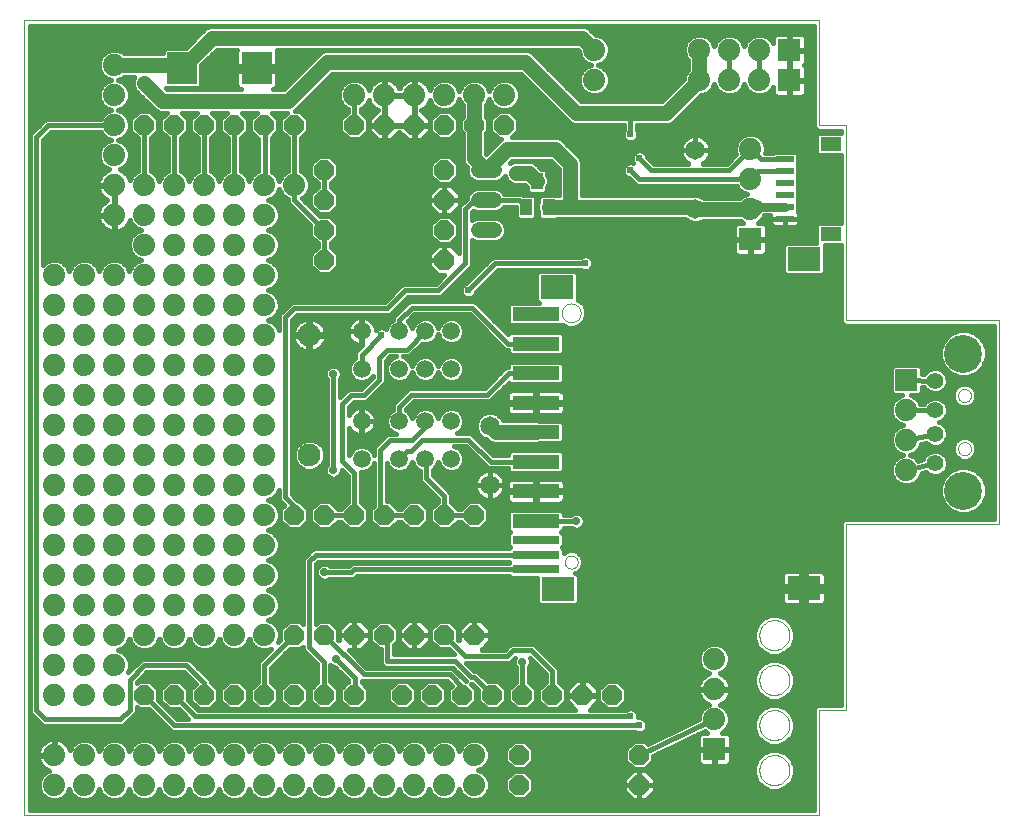
<source format=gtl>
G75*
G70*
%OFA0B0*%
%FSLAX24Y24*%
%IPPOS*%
%LPD*%
%AMOC8*
5,1,8,0,0,1.08239X$1,22.5*
%
%ADD10C,0.0000*%
%ADD11R,0.1102X0.0787*%
%ADD12R,0.1575X0.0276*%
%ADD13R,0.1575X0.0472*%
%ADD14OC8,0.0660*%
%ADD15C,0.0520*%
%ADD16C,0.0650*%
%ADD17C,0.0591*%
%ADD18R,0.0610X0.0236*%
%ADD19R,0.0709X0.0472*%
%ADD20R,0.0740X0.0740*%
%ADD21C,0.0740*%
%ADD22C,0.0760*%
%ADD23C,0.0560*%
%ADD24C,0.1266*%
%ADD25R,0.0394X0.0551*%
%ADD26R,0.1004X0.1063*%
%ADD27C,0.0500*%
%ADD28C,0.0300*%
%ADD29C,0.0450*%
%ADD30C,0.0160*%
%ADD31C,0.0280*%
%ADD32C,0.0240*%
D10*
X002390Y000680D02*
X002390Y027176D01*
X028890Y027180D01*
X028890Y023676D01*
X029790Y023680D01*
X029790Y017180D01*
X034890Y017180D01*
X034890Y010380D01*
X029790Y010380D01*
X029790Y004180D01*
X028890Y004180D01*
X028890Y000680D01*
X002390Y000680D01*
X020400Y009113D02*
X020402Y009142D01*
X020408Y009170D01*
X020417Y009198D01*
X020430Y009224D01*
X020447Y009247D01*
X020466Y009269D01*
X020488Y009288D01*
X020513Y009303D01*
X020539Y009316D01*
X020567Y009324D01*
X020595Y009329D01*
X020624Y009330D01*
X020653Y009327D01*
X020681Y009320D01*
X020708Y009310D01*
X020734Y009296D01*
X020757Y009279D01*
X020778Y009259D01*
X020796Y009236D01*
X020811Y009211D01*
X020822Y009184D01*
X020830Y009156D01*
X020834Y009127D01*
X020834Y009099D01*
X020830Y009070D01*
X020822Y009042D01*
X020811Y009015D01*
X020796Y008990D01*
X020778Y008967D01*
X020757Y008947D01*
X020734Y008930D01*
X020708Y008916D01*
X020681Y008906D01*
X020653Y008899D01*
X020624Y008896D01*
X020595Y008897D01*
X020567Y008902D01*
X020539Y008910D01*
X020513Y008923D01*
X020488Y008938D01*
X020466Y008957D01*
X020447Y008979D01*
X020430Y009002D01*
X020417Y009028D01*
X020408Y009056D01*
X020402Y009084D01*
X020400Y009113D01*
X026890Y006680D02*
X026892Y006724D01*
X026898Y006768D01*
X026908Y006811D01*
X026921Y006853D01*
X026938Y006894D01*
X026959Y006933D01*
X026983Y006970D01*
X027010Y007005D01*
X027040Y007037D01*
X027073Y007067D01*
X027109Y007093D01*
X027146Y007117D01*
X027186Y007136D01*
X027227Y007153D01*
X027270Y007165D01*
X027313Y007174D01*
X027357Y007179D01*
X027401Y007180D01*
X027445Y007177D01*
X027489Y007170D01*
X027532Y007159D01*
X027574Y007145D01*
X027614Y007127D01*
X027653Y007105D01*
X027689Y007081D01*
X027723Y007053D01*
X027755Y007022D01*
X027784Y006988D01*
X027810Y006952D01*
X027832Y006914D01*
X027851Y006874D01*
X027866Y006832D01*
X027878Y006790D01*
X027886Y006746D01*
X027890Y006702D01*
X027890Y006658D01*
X027886Y006614D01*
X027878Y006570D01*
X027866Y006528D01*
X027851Y006486D01*
X027832Y006446D01*
X027810Y006408D01*
X027784Y006372D01*
X027755Y006338D01*
X027723Y006307D01*
X027689Y006279D01*
X027653Y006255D01*
X027614Y006233D01*
X027574Y006215D01*
X027532Y006201D01*
X027489Y006190D01*
X027445Y006183D01*
X027401Y006180D01*
X027357Y006181D01*
X027313Y006186D01*
X027270Y006195D01*
X027227Y006207D01*
X027186Y006224D01*
X027146Y006243D01*
X027109Y006267D01*
X027073Y006293D01*
X027040Y006323D01*
X027010Y006355D01*
X026983Y006390D01*
X026959Y006427D01*
X026938Y006466D01*
X026921Y006507D01*
X026908Y006549D01*
X026898Y006592D01*
X026892Y006636D01*
X026890Y006680D01*
X026890Y005180D02*
X026892Y005224D01*
X026898Y005268D01*
X026908Y005311D01*
X026921Y005353D01*
X026938Y005394D01*
X026959Y005433D01*
X026983Y005470D01*
X027010Y005505D01*
X027040Y005537D01*
X027073Y005567D01*
X027109Y005593D01*
X027146Y005617D01*
X027186Y005636D01*
X027227Y005653D01*
X027270Y005665D01*
X027313Y005674D01*
X027357Y005679D01*
X027401Y005680D01*
X027445Y005677D01*
X027489Y005670D01*
X027532Y005659D01*
X027574Y005645D01*
X027614Y005627D01*
X027653Y005605D01*
X027689Y005581D01*
X027723Y005553D01*
X027755Y005522D01*
X027784Y005488D01*
X027810Y005452D01*
X027832Y005414D01*
X027851Y005374D01*
X027866Y005332D01*
X027878Y005290D01*
X027886Y005246D01*
X027890Y005202D01*
X027890Y005158D01*
X027886Y005114D01*
X027878Y005070D01*
X027866Y005028D01*
X027851Y004986D01*
X027832Y004946D01*
X027810Y004908D01*
X027784Y004872D01*
X027755Y004838D01*
X027723Y004807D01*
X027689Y004779D01*
X027653Y004755D01*
X027614Y004733D01*
X027574Y004715D01*
X027532Y004701D01*
X027489Y004690D01*
X027445Y004683D01*
X027401Y004680D01*
X027357Y004681D01*
X027313Y004686D01*
X027270Y004695D01*
X027227Y004707D01*
X027186Y004724D01*
X027146Y004743D01*
X027109Y004767D01*
X027073Y004793D01*
X027040Y004823D01*
X027010Y004855D01*
X026983Y004890D01*
X026959Y004927D01*
X026938Y004966D01*
X026921Y005007D01*
X026908Y005049D01*
X026898Y005092D01*
X026892Y005136D01*
X026890Y005180D01*
X026890Y003680D02*
X026892Y003724D01*
X026898Y003768D01*
X026908Y003811D01*
X026921Y003853D01*
X026938Y003894D01*
X026959Y003933D01*
X026983Y003970D01*
X027010Y004005D01*
X027040Y004037D01*
X027073Y004067D01*
X027109Y004093D01*
X027146Y004117D01*
X027186Y004136D01*
X027227Y004153D01*
X027270Y004165D01*
X027313Y004174D01*
X027357Y004179D01*
X027401Y004180D01*
X027445Y004177D01*
X027489Y004170D01*
X027532Y004159D01*
X027574Y004145D01*
X027614Y004127D01*
X027653Y004105D01*
X027689Y004081D01*
X027723Y004053D01*
X027755Y004022D01*
X027784Y003988D01*
X027810Y003952D01*
X027832Y003914D01*
X027851Y003874D01*
X027866Y003832D01*
X027878Y003790D01*
X027886Y003746D01*
X027890Y003702D01*
X027890Y003658D01*
X027886Y003614D01*
X027878Y003570D01*
X027866Y003528D01*
X027851Y003486D01*
X027832Y003446D01*
X027810Y003408D01*
X027784Y003372D01*
X027755Y003338D01*
X027723Y003307D01*
X027689Y003279D01*
X027653Y003255D01*
X027614Y003233D01*
X027574Y003215D01*
X027532Y003201D01*
X027489Y003190D01*
X027445Y003183D01*
X027401Y003180D01*
X027357Y003181D01*
X027313Y003186D01*
X027270Y003195D01*
X027227Y003207D01*
X027186Y003224D01*
X027146Y003243D01*
X027109Y003267D01*
X027073Y003293D01*
X027040Y003323D01*
X027010Y003355D01*
X026983Y003390D01*
X026959Y003427D01*
X026938Y003466D01*
X026921Y003507D01*
X026908Y003549D01*
X026898Y003592D01*
X026892Y003636D01*
X026890Y003680D01*
X026890Y002180D02*
X026892Y002224D01*
X026898Y002268D01*
X026908Y002311D01*
X026921Y002353D01*
X026938Y002394D01*
X026959Y002433D01*
X026983Y002470D01*
X027010Y002505D01*
X027040Y002537D01*
X027073Y002567D01*
X027109Y002593D01*
X027146Y002617D01*
X027186Y002636D01*
X027227Y002653D01*
X027270Y002665D01*
X027313Y002674D01*
X027357Y002679D01*
X027401Y002680D01*
X027445Y002677D01*
X027489Y002670D01*
X027532Y002659D01*
X027574Y002645D01*
X027614Y002627D01*
X027653Y002605D01*
X027689Y002581D01*
X027723Y002553D01*
X027755Y002522D01*
X027784Y002488D01*
X027810Y002452D01*
X027832Y002414D01*
X027851Y002374D01*
X027866Y002332D01*
X027878Y002290D01*
X027886Y002246D01*
X027890Y002202D01*
X027890Y002158D01*
X027886Y002114D01*
X027878Y002070D01*
X027866Y002028D01*
X027851Y001986D01*
X027832Y001946D01*
X027810Y001908D01*
X027784Y001872D01*
X027755Y001838D01*
X027723Y001807D01*
X027689Y001779D01*
X027653Y001755D01*
X027614Y001733D01*
X027574Y001715D01*
X027532Y001701D01*
X027489Y001690D01*
X027445Y001683D01*
X027401Y001680D01*
X027357Y001681D01*
X027313Y001686D01*
X027270Y001695D01*
X027227Y001707D01*
X027186Y001724D01*
X027146Y001743D01*
X027109Y001767D01*
X027073Y001793D01*
X027040Y001823D01*
X027010Y001855D01*
X026983Y001890D01*
X026959Y001927D01*
X026938Y001966D01*
X026921Y002007D01*
X026908Y002049D01*
X026898Y002092D01*
X026892Y002136D01*
X026890Y002180D01*
X033512Y012894D02*
X033514Y012923D01*
X033520Y012951D01*
X033529Y012979D01*
X033542Y013005D01*
X033559Y013028D01*
X033578Y013050D01*
X033600Y013069D01*
X033625Y013084D01*
X033651Y013097D01*
X033679Y013105D01*
X033707Y013110D01*
X033736Y013111D01*
X033765Y013108D01*
X033793Y013101D01*
X033820Y013091D01*
X033846Y013077D01*
X033869Y013060D01*
X033890Y013040D01*
X033908Y013017D01*
X033923Y012992D01*
X033934Y012965D01*
X033942Y012937D01*
X033946Y012908D01*
X033946Y012880D01*
X033942Y012851D01*
X033934Y012823D01*
X033923Y012796D01*
X033908Y012771D01*
X033890Y012748D01*
X033869Y012728D01*
X033846Y012711D01*
X033820Y012697D01*
X033793Y012687D01*
X033765Y012680D01*
X033736Y012677D01*
X033707Y012678D01*
X033679Y012683D01*
X033651Y012691D01*
X033625Y012704D01*
X033600Y012719D01*
X033578Y012738D01*
X033559Y012760D01*
X033542Y012783D01*
X033529Y012809D01*
X033520Y012837D01*
X033514Y012865D01*
X033512Y012894D01*
X033512Y014666D02*
X033514Y014695D01*
X033520Y014723D01*
X033529Y014751D01*
X033542Y014777D01*
X033559Y014800D01*
X033578Y014822D01*
X033600Y014841D01*
X033625Y014856D01*
X033651Y014869D01*
X033679Y014877D01*
X033707Y014882D01*
X033736Y014883D01*
X033765Y014880D01*
X033793Y014873D01*
X033820Y014863D01*
X033846Y014849D01*
X033869Y014832D01*
X033890Y014812D01*
X033908Y014789D01*
X033923Y014764D01*
X033934Y014737D01*
X033942Y014709D01*
X033946Y014680D01*
X033946Y014652D01*
X033942Y014623D01*
X033934Y014595D01*
X033923Y014568D01*
X033908Y014543D01*
X033890Y014520D01*
X033869Y014500D01*
X033846Y014483D01*
X033820Y014469D01*
X033793Y014459D01*
X033765Y014452D01*
X033736Y014449D01*
X033707Y014450D01*
X033679Y014455D01*
X033651Y014463D01*
X033625Y014476D01*
X033600Y014491D01*
X033578Y014510D01*
X033559Y014532D01*
X033542Y014555D01*
X033529Y014581D01*
X033520Y014609D01*
X033514Y014637D01*
X033512Y014666D01*
X020302Y017420D02*
X020304Y017455D01*
X020310Y017490D01*
X020320Y017524D01*
X020333Y017557D01*
X020350Y017588D01*
X020371Y017616D01*
X020394Y017643D01*
X020421Y017666D01*
X020449Y017687D01*
X020480Y017704D01*
X020513Y017717D01*
X020547Y017727D01*
X020582Y017733D01*
X020617Y017735D01*
X020652Y017733D01*
X020687Y017727D01*
X020721Y017717D01*
X020754Y017704D01*
X020785Y017687D01*
X020813Y017666D01*
X020840Y017643D01*
X020863Y017616D01*
X020884Y017588D01*
X020901Y017557D01*
X020914Y017524D01*
X020924Y017490D01*
X020930Y017455D01*
X020932Y017420D01*
X020930Y017385D01*
X020924Y017350D01*
X020914Y017316D01*
X020901Y017283D01*
X020884Y017252D01*
X020863Y017224D01*
X020840Y017197D01*
X020813Y017174D01*
X020785Y017153D01*
X020754Y017136D01*
X020721Y017123D01*
X020687Y017113D01*
X020652Y017107D01*
X020617Y017105D01*
X020582Y017107D01*
X020547Y017113D01*
X020513Y017123D01*
X020480Y017136D01*
X020449Y017153D01*
X020421Y017174D01*
X020394Y017197D01*
X020371Y017224D01*
X020350Y017252D01*
X020333Y017283D01*
X020320Y017316D01*
X020310Y017350D01*
X020304Y017385D01*
X020302Y017420D01*
D11*
X020144Y018286D03*
X028373Y019231D03*
X028373Y008247D03*
X020184Y008208D03*
D12*
X019436Y008877D03*
X019436Y009349D03*
X019436Y009861D03*
D13*
X019436Y010491D03*
X019436Y011475D03*
X019436Y012460D03*
X019436Y013444D03*
X019436Y014428D03*
X019436Y015412D03*
X019436Y016397D03*
X019436Y017381D03*
D14*
X016390Y019180D03*
X016390Y020180D03*
X016390Y021180D03*
X016390Y022180D03*
X016390Y023680D03*
X017390Y023680D03*
X018390Y023680D03*
X015390Y023680D03*
X014390Y023680D03*
X013390Y023680D03*
X012390Y022180D03*
X012390Y021180D03*
X012390Y020180D03*
X012390Y019180D03*
X011390Y023680D03*
X010390Y023680D03*
X009390Y023680D03*
X008390Y023680D03*
X007390Y023680D03*
X006390Y023680D03*
X011390Y010680D03*
X012390Y010680D03*
X013390Y010680D03*
X014390Y010680D03*
X015390Y010680D03*
X016390Y010680D03*
X017390Y010680D03*
X017390Y006680D03*
X016390Y006680D03*
X015390Y006680D03*
X014390Y006680D03*
X013390Y006680D03*
X012390Y006680D03*
X011390Y006680D03*
X011390Y004680D03*
X010390Y004680D03*
X009390Y004680D03*
X008390Y004680D03*
X007390Y004680D03*
X006390Y004680D03*
X012390Y004680D03*
X013390Y004680D03*
X014990Y004680D03*
X015990Y004680D03*
X016990Y004680D03*
X017990Y004680D03*
X018990Y004680D03*
X019990Y004680D03*
X020990Y004680D03*
X021990Y004680D03*
X022890Y002680D03*
X022890Y001680D03*
X018890Y001680D03*
X018890Y002680D03*
D15*
X018050Y020180D02*
X017530Y020180D01*
X017530Y021180D02*
X018050Y021180D01*
X018050Y022180D02*
X017530Y022180D01*
D16*
X024760Y022844D03*
X024760Y020876D03*
X017900Y013654D03*
X017900Y011686D03*
D17*
X016622Y012550D03*
X015756Y012550D03*
X014890Y012550D03*
X013630Y012550D03*
X013630Y013810D03*
X014890Y013810D03*
X015756Y013810D03*
X016622Y013810D03*
X016622Y015550D03*
X015756Y015550D03*
X014890Y015550D03*
X013630Y015550D03*
X013630Y016810D03*
X014890Y016810D03*
X015756Y016810D03*
X016622Y016810D03*
D18*
X027740Y020566D03*
X027740Y020960D03*
X027740Y021353D03*
X027740Y021747D03*
X027740Y022141D03*
X027740Y022534D03*
D19*
X029266Y023046D03*
X029266Y020054D03*
D20*
X026590Y019880D03*
X031790Y015180D03*
X027890Y025180D03*
X027890Y026180D03*
X025390Y002880D03*
D21*
X025390Y003880D03*
X025390Y004880D03*
X025390Y005880D03*
X017390Y002680D03*
X016390Y002680D03*
X016390Y001680D03*
X017390Y001680D03*
X015390Y001680D03*
X014390Y001680D03*
X014390Y002680D03*
X015390Y002680D03*
X013390Y002680D03*
X012390Y002680D03*
X012390Y001680D03*
X013390Y001680D03*
X011390Y001680D03*
X010390Y001680D03*
X010390Y002680D03*
X011390Y002680D03*
X009390Y002680D03*
X008390Y002680D03*
X007390Y002680D03*
X007390Y001680D03*
X008390Y001680D03*
X009390Y001680D03*
X006390Y001680D03*
X005390Y001680D03*
X005390Y002680D03*
X006390Y002680D03*
X004390Y002680D03*
X003390Y002680D03*
X003390Y001680D03*
X004390Y001680D03*
X004390Y004680D03*
X003390Y004680D03*
X003390Y005680D03*
X004390Y005680D03*
X004390Y006680D03*
X003390Y006680D03*
X003390Y007680D03*
X004390Y007680D03*
X005390Y007680D03*
X006390Y007680D03*
X007390Y007680D03*
X008390Y007680D03*
X009390Y007680D03*
X010390Y007680D03*
X010390Y006680D03*
X009390Y006680D03*
X008390Y006680D03*
X007390Y006680D03*
X006390Y006680D03*
X005390Y006680D03*
X005390Y005680D03*
X005390Y004680D03*
X005390Y008680D03*
X006390Y008680D03*
X006390Y009680D03*
X005390Y009680D03*
X004390Y009680D03*
X003390Y009680D03*
X003390Y008680D03*
X004390Y008680D03*
X004390Y010680D03*
X003390Y010680D03*
X003390Y011680D03*
X004390Y011680D03*
X005390Y011680D03*
X006390Y011680D03*
X006390Y010680D03*
X005390Y010680D03*
X007390Y010680D03*
X008390Y010680D03*
X009390Y010680D03*
X009390Y011680D03*
X008390Y011680D03*
X007390Y011680D03*
X007390Y012680D03*
X008390Y012680D03*
X009390Y012680D03*
X009390Y013680D03*
X008390Y013680D03*
X007390Y013680D03*
X006390Y013680D03*
X005390Y013680D03*
X005390Y012680D03*
X006390Y012680D03*
X004390Y012680D03*
X003390Y012680D03*
X003390Y013680D03*
X004390Y013680D03*
X004390Y014680D03*
X003390Y014680D03*
X003390Y015680D03*
X004390Y015680D03*
X004390Y016680D03*
X003390Y016680D03*
X003390Y017680D03*
X004390Y017680D03*
X004390Y018680D03*
X003390Y018680D03*
X005390Y018680D03*
X006390Y018680D03*
X006390Y017680D03*
X005390Y017680D03*
X005390Y016680D03*
X006390Y016680D03*
X006390Y015680D03*
X005390Y015680D03*
X005390Y014680D03*
X006390Y014680D03*
X007390Y014680D03*
X008390Y014680D03*
X009390Y014680D03*
X010390Y014680D03*
X010390Y013680D03*
X010390Y012680D03*
X010390Y011680D03*
X010390Y010680D03*
X010390Y009680D03*
X010390Y008680D03*
X009390Y008680D03*
X008390Y008680D03*
X007390Y008680D03*
X007390Y009680D03*
X008390Y009680D03*
X009390Y009680D03*
X009390Y015680D03*
X008390Y015680D03*
X007390Y015680D03*
X007390Y016680D03*
X008390Y016680D03*
X009390Y016680D03*
X010390Y016680D03*
X010390Y015680D03*
X010390Y017680D03*
X010390Y018680D03*
X009390Y018680D03*
X008390Y018680D03*
X007390Y018680D03*
X007390Y017680D03*
X008390Y017680D03*
X009390Y017680D03*
X009390Y019680D03*
X008390Y019680D03*
X007390Y019680D03*
X006390Y019680D03*
X006390Y020680D03*
X005390Y020680D03*
X005390Y021680D03*
X006390Y021680D03*
X007390Y021680D03*
X008390Y021680D03*
X009390Y021680D03*
X009390Y020680D03*
X008390Y020680D03*
X007390Y020680D03*
X005390Y022680D03*
X005390Y023680D03*
X005390Y024680D03*
X005390Y025680D03*
X010390Y021680D03*
X011390Y021680D03*
X010390Y020680D03*
X010390Y019680D03*
X013390Y024680D03*
X014390Y024680D03*
X015390Y024680D03*
X016390Y024680D03*
X017390Y024680D03*
X018390Y024680D03*
X021390Y025180D03*
X021390Y026180D03*
X024890Y026180D03*
X024890Y025180D03*
X025890Y025180D03*
X026890Y025180D03*
X026890Y026180D03*
X025890Y026180D03*
X026590Y022880D03*
X026590Y021880D03*
X026590Y020880D03*
X031790Y014180D03*
X031790Y013180D03*
X031790Y012180D03*
D22*
X011890Y012680D03*
X011890Y016680D03*
D23*
X032745Y015158D03*
X032745Y014174D03*
X032745Y013386D03*
X032745Y012402D03*
D24*
X033690Y011497D03*
X033690Y016063D03*
D25*
X019864Y020947D03*
X019116Y020947D03*
X019490Y021813D03*
D26*
X010138Y025580D03*
X007642Y025580D03*
D27*
X007542Y025680D01*
X005390Y025680D01*
X006390Y025080D02*
X006990Y024480D01*
X011190Y024480D01*
X012490Y025780D01*
X019090Y025780D01*
X020790Y024080D01*
X022690Y024080D01*
X023790Y024080D01*
X024890Y025180D01*
X024890Y026180D01*
X021390Y026180D02*
X020990Y026580D01*
X008642Y026580D01*
X007642Y025580D01*
X017390Y024680D02*
X017390Y023680D01*
X017390Y022580D01*
X017790Y022180D01*
X018490Y022880D01*
X020090Y022880D01*
X020590Y022380D01*
X020590Y020947D01*
X019864Y020947D01*
X020590Y020947D02*
X024689Y020947D01*
X024760Y020876D01*
X026706Y020876D01*
X026790Y020960D01*
X026590Y020880D02*
X026590Y020876D01*
X019490Y021813D02*
X019223Y022080D01*
X018790Y022080D01*
X017900Y013654D02*
X018110Y013444D01*
X019436Y013444D01*
D28*
X026590Y020880D02*
X026590Y020960D01*
X026790Y020960D01*
X027740Y020960D01*
D29*
X018790Y022080D03*
X006390Y025080D03*
D30*
X006030Y024931D02*
X005838Y024931D01*
X005822Y024969D02*
X005679Y025112D01*
X005516Y025180D01*
X005679Y025248D01*
X005721Y025290D01*
X006055Y025290D01*
X006000Y025158D01*
X006000Y025002D01*
X006059Y024859D01*
X006769Y024149D01*
X006912Y024090D01*
X007135Y024090D01*
X006920Y023875D01*
X006920Y023485D01*
X007170Y023235D01*
X007170Y022141D01*
X007101Y022112D01*
X006958Y021969D01*
X006890Y021806D01*
X006822Y021969D01*
X006679Y022112D01*
X006610Y022141D01*
X006610Y023235D01*
X006860Y023485D01*
X006860Y023875D01*
X006585Y024150D01*
X006195Y024150D01*
X005920Y023875D01*
X005920Y023485D01*
X006170Y023235D01*
X006170Y022141D01*
X006101Y022112D01*
X005958Y021969D01*
X005911Y021856D01*
X005900Y021891D01*
X005860Y021968D01*
X005810Y022038D01*
X005748Y022100D01*
X005678Y022150D01*
X005601Y022190D01*
X005566Y022201D01*
X005679Y022248D01*
X005822Y022391D01*
X005900Y022579D01*
X005900Y022781D01*
X005822Y022969D01*
X005679Y023112D01*
X005516Y023180D01*
X005679Y023248D01*
X005822Y023391D01*
X005900Y023579D01*
X005900Y023781D01*
X005822Y023969D01*
X005679Y024112D01*
X005516Y024180D01*
X005679Y024248D01*
X005822Y024391D01*
X005900Y024579D01*
X005900Y024781D01*
X005822Y024969D01*
X005702Y025089D02*
X006000Y025089D01*
X006037Y025248D02*
X005679Y025248D01*
X005264Y025180D02*
X005101Y025112D01*
X004958Y024969D01*
X004880Y024781D01*
X004880Y024579D01*
X004958Y024391D01*
X005101Y024248D01*
X005264Y024180D01*
X005101Y024112D01*
X004958Y023969D01*
X004929Y023900D01*
X003099Y023900D01*
X002970Y023771D01*
X002570Y023371D01*
X002570Y004089D01*
X002699Y003960D01*
X002999Y003660D01*
X005681Y003660D01*
X006001Y003980D01*
X006130Y004109D01*
X006130Y004275D01*
X006195Y004210D01*
X006549Y004210D01*
X007170Y003589D01*
X007299Y003460D01*
X022742Y003460D01*
X022743Y003460D01*
X022838Y003420D01*
X022942Y003420D01*
X023037Y003460D01*
X023110Y003533D01*
X023150Y003628D01*
X023150Y003732D01*
X023110Y003827D01*
X023037Y003900D01*
X022942Y003940D01*
X022850Y003940D01*
X022850Y004032D01*
X022810Y004127D01*
X022737Y004200D01*
X022642Y004240D01*
X022538Y004240D01*
X022443Y004200D01*
X022442Y004200D01*
X021231Y004200D01*
X021500Y004469D01*
X021500Y004662D01*
X021008Y004662D01*
X021008Y004698D01*
X020972Y004698D01*
X020972Y004662D01*
X020480Y004662D01*
X020480Y004469D01*
X020749Y004200D01*
X008181Y004200D01*
X007860Y004521D01*
X007860Y004875D01*
X007585Y005150D01*
X007195Y005150D01*
X006920Y004875D01*
X006920Y004485D01*
X007195Y004210D01*
X007549Y004210D01*
X007859Y003900D01*
X007481Y003900D01*
X006860Y004521D01*
X006860Y004875D01*
X006585Y005150D01*
X006195Y005150D01*
X006130Y005085D01*
X006130Y005109D01*
X006481Y005460D01*
X007699Y005460D01*
X008102Y005057D01*
X007920Y004875D01*
X007920Y004485D01*
X008195Y004210D01*
X008585Y004210D01*
X008860Y004485D01*
X008860Y004875D01*
X008610Y005125D01*
X008610Y005171D01*
X008010Y005771D01*
X007881Y005900D01*
X006299Y005900D01*
X005845Y005446D01*
X005900Y005579D01*
X005900Y005781D01*
X005822Y005969D01*
X005679Y006112D01*
X005516Y006180D01*
X005679Y006248D01*
X005822Y006391D01*
X005890Y006554D01*
X005958Y006391D01*
X006101Y006248D01*
X006289Y006170D01*
X006491Y006170D01*
X006679Y006248D01*
X006822Y006391D01*
X006890Y006554D01*
X006958Y006391D01*
X007101Y006248D01*
X007289Y006170D01*
X007491Y006170D01*
X007679Y006248D01*
X007822Y006391D01*
X007890Y006554D01*
X007958Y006391D01*
X008101Y006248D01*
X008289Y006170D01*
X008491Y006170D01*
X008679Y006248D01*
X008822Y006391D01*
X008890Y006554D01*
X008958Y006391D01*
X009101Y006248D01*
X009289Y006170D01*
X009491Y006170D01*
X009679Y006248D01*
X009822Y006391D01*
X009890Y006554D01*
X009958Y006391D01*
X010101Y006248D01*
X010289Y006170D01*
X010491Y006170D01*
X010624Y006225D01*
X010170Y005771D01*
X010170Y005125D01*
X009920Y004875D01*
X009920Y004485D01*
X010195Y004210D01*
X010585Y004210D01*
X010860Y004485D01*
X010860Y004875D01*
X010610Y005125D01*
X010610Y005589D01*
X011231Y006210D01*
X011585Y006210D01*
X011670Y006295D01*
X011670Y006189D01*
X011799Y006060D01*
X012150Y005709D01*
X012150Y005105D01*
X011920Y004875D01*
X011920Y004485D01*
X012195Y004210D01*
X012585Y004210D01*
X012860Y004485D01*
X012860Y004875D01*
X012590Y005145D01*
X012590Y005684D01*
X012631Y005643D01*
X012734Y005600D01*
X012759Y005600D01*
X013190Y005169D01*
X013190Y005145D01*
X012920Y004875D01*
X012920Y004485D01*
X013195Y004210D01*
X013585Y004210D01*
X013860Y004485D01*
X013860Y004875D01*
X013630Y005105D01*
X013630Y005150D01*
X016479Y005150D01*
X016637Y004992D01*
X016520Y004875D01*
X016520Y004485D01*
X016795Y004210D01*
X017185Y004210D01*
X017460Y004485D01*
X017460Y004875D01*
X017275Y005060D01*
X017299Y005060D01*
X017520Y004839D01*
X017520Y004485D01*
X017795Y004210D01*
X018185Y004210D01*
X018460Y004485D01*
X018460Y004875D01*
X018185Y005150D01*
X017831Y005150D01*
X017481Y005500D01*
X017381Y005500D01*
X017121Y005760D01*
X018581Y005760D01*
X018748Y005926D01*
X018710Y005836D01*
X018710Y005724D01*
X018753Y005621D01*
X018770Y005604D01*
X018770Y005125D01*
X018520Y004875D01*
X018520Y004485D01*
X018795Y004210D01*
X019185Y004210D01*
X019460Y004485D01*
X019460Y004875D01*
X019210Y005125D01*
X019210Y005604D01*
X019227Y005621D01*
X019270Y005724D01*
X019270Y005836D01*
X019232Y005926D01*
X019770Y005389D01*
X019770Y005125D01*
X019520Y004875D01*
X019520Y004485D01*
X019795Y004210D01*
X020185Y004210D01*
X020460Y004485D01*
X020460Y004875D01*
X020210Y005125D01*
X020210Y005571D01*
X020081Y005700D01*
X019381Y006400D01*
X018599Y006400D01*
X018470Y006271D01*
X018399Y006200D01*
X017631Y006200D01*
X017900Y006469D01*
X017900Y006680D01*
X017900Y006891D01*
X017601Y007190D01*
X017390Y007190D01*
X017390Y006680D01*
X017390Y006680D01*
X017900Y006680D01*
X017390Y006680D01*
X017390Y006680D01*
X017390Y006680D01*
X016880Y006680D01*
X016880Y006891D01*
X017179Y007190D01*
X017390Y007190D01*
X017390Y006680D01*
X016880Y006680D01*
X016880Y006501D01*
X016860Y006521D01*
X016860Y006875D01*
X016585Y007150D01*
X016195Y007150D01*
X015920Y006875D01*
X015920Y006485D01*
X016195Y006210D01*
X016549Y006210D01*
X016719Y006040D01*
X014710Y006040D01*
X014710Y006335D01*
X014860Y006485D01*
X014860Y006875D01*
X014585Y007150D01*
X014195Y007150D01*
X013920Y006875D01*
X013920Y006485D01*
X014195Y006210D01*
X014270Y006210D01*
X014270Y005729D01*
X014399Y005600D01*
X016659Y005600D01*
X017070Y005189D01*
X017109Y005150D01*
X017101Y005150D01*
X016790Y005461D01*
X016661Y005590D01*
X013791Y005590D01*
X013211Y006170D01*
X013390Y006170D01*
X013601Y006170D01*
X013900Y006469D01*
X013900Y006680D01*
X013900Y006891D01*
X013601Y007190D01*
X013390Y007190D01*
X013390Y006680D01*
X013390Y006680D01*
X013900Y006680D01*
X013390Y006680D01*
X013390Y006680D01*
X013390Y006680D01*
X012880Y006680D01*
X012880Y006891D01*
X013179Y007190D01*
X013390Y007190D01*
X013390Y006680D01*
X013390Y006170D01*
X013390Y006680D01*
X013390Y006680D01*
X012880Y006680D01*
X012880Y006501D01*
X012860Y006521D01*
X012860Y006875D01*
X012585Y007150D01*
X012195Y007150D01*
X012110Y007065D01*
X012110Y009049D01*
X012190Y009129D01*
X018532Y009129D01*
X018549Y009113D01*
X018532Y009097D01*
X013299Y009097D01*
X013202Y009000D01*
X012566Y009000D01*
X012549Y009017D01*
X012446Y009060D01*
X012334Y009060D01*
X012231Y009017D01*
X012153Y008939D01*
X012110Y008836D01*
X012110Y008724D01*
X012153Y008621D01*
X012231Y008543D01*
X012334Y008500D01*
X012446Y008500D01*
X012549Y008543D01*
X012566Y008560D01*
X013384Y008560D01*
X013481Y008657D01*
X018532Y008657D01*
X018590Y008599D01*
X019493Y008599D01*
X019493Y007756D01*
X019575Y007674D01*
X020793Y007674D01*
X020875Y007756D01*
X020875Y008659D01*
X020793Y008741D01*
X020755Y008741D01*
X020841Y008777D01*
X020953Y008888D01*
X021013Y009034D01*
X021013Y009192D01*
X020953Y009338D01*
X020841Y009449D01*
X020696Y009510D01*
X020538Y009510D01*
X020392Y009449D01*
X020363Y009420D01*
X020363Y009545D01*
X020303Y009605D01*
X020363Y009665D01*
X020363Y010057D01*
X020293Y010127D01*
X020363Y010197D01*
X020363Y010260D01*
X020614Y010260D01*
X020631Y010243D01*
X020734Y010200D01*
X020846Y010200D01*
X020949Y010243D01*
X021027Y010321D01*
X021070Y010424D01*
X021070Y010536D01*
X021027Y010639D01*
X020949Y010717D01*
X020846Y010760D01*
X020734Y010760D01*
X020631Y010717D01*
X020614Y010700D01*
X020363Y010700D01*
X020363Y010785D01*
X020281Y010867D01*
X018590Y010867D01*
X018508Y010785D01*
X018508Y010197D01*
X018578Y010127D01*
X018508Y010057D01*
X018508Y009665D01*
X018568Y009605D01*
X018532Y009569D01*
X012008Y009569D01*
X011670Y009231D01*
X011670Y007065D01*
X011585Y007150D01*
X011195Y007150D01*
X010920Y006875D01*
X010920Y006521D01*
X010845Y006446D01*
X010900Y006579D01*
X010900Y006781D01*
X010822Y006969D01*
X010679Y007112D01*
X010516Y007180D01*
X010679Y007248D01*
X010822Y007391D01*
X010900Y007579D01*
X010900Y007781D01*
X010822Y007969D01*
X010679Y008112D01*
X010516Y008180D01*
X010679Y008248D01*
X010822Y008391D01*
X010900Y008579D01*
X010900Y008781D01*
X010822Y008969D01*
X010679Y009112D01*
X010516Y009180D01*
X010679Y009248D01*
X010822Y009391D01*
X010900Y009579D01*
X010900Y009781D01*
X010822Y009969D01*
X010679Y010112D01*
X010516Y010180D01*
X010679Y010248D01*
X010822Y010391D01*
X010900Y010579D01*
X010900Y010781D01*
X010822Y010969D01*
X010679Y011112D01*
X010516Y011180D01*
X010679Y011248D01*
X010822Y011391D01*
X010870Y011506D01*
X010870Y011189D01*
X011052Y011007D01*
X010920Y010875D01*
X010920Y010485D01*
X011195Y010210D01*
X011585Y010210D01*
X011860Y010485D01*
X011860Y010875D01*
X011585Y011150D01*
X011531Y011150D01*
X011481Y011200D01*
X011310Y011371D01*
X011310Y017189D01*
X011481Y017360D01*
X014581Y017360D01*
X015181Y017960D01*
X016281Y017960D01*
X016410Y018089D01*
X017181Y018860D01*
X017181Y018860D01*
X017310Y018989D01*
X017310Y019838D01*
X017450Y019780D01*
X018130Y019780D01*
X018277Y019841D01*
X018389Y019953D01*
X018450Y020100D01*
X018450Y020260D01*
X018389Y020407D01*
X018277Y020519D01*
X018130Y020580D01*
X017450Y020580D01*
X017310Y020522D01*
X017310Y020789D01*
X017345Y020824D01*
X017450Y020780D01*
X018130Y020780D01*
X018277Y020841D01*
X018389Y020953D01*
X018392Y020960D01*
X018779Y020960D01*
X018779Y020613D01*
X018861Y020531D01*
X019371Y020531D01*
X019453Y020613D01*
X019453Y021281D01*
X019371Y021363D01*
X019012Y021363D01*
X018974Y021400D01*
X018392Y021400D01*
X018389Y021407D01*
X018277Y021519D01*
X018130Y021580D01*
X017450Y021580D01*
X017303Y021519D01*
X017191Y021407D01*
X017130Y021260D01*
X017130Y021231D01*
X016900Y021001D01*
X016900Y021180D01*
X016900Y021391D01*
X016601Y021690D01*
X016390Y021690D01*
X016390Y021180D01*
X016390Y021180D01*
X016900Y021180D01*
X016390Y021180D01*
X016390Y021180D01*
X016390Y020670D01*
X016601Y020670D01*
X016870Y020939D01*
X016870Y019421D01*
X016601Y019690D01*
X016390Y019690D01*
X016390Y019180D01*
X016390Y019180D01*
X016390Y019180D01*
X015880Y019180D01*
X015880Y019391D01*
X016179Y019690D01*
X016390Y019690D01*
X016390Y019180D01*
X015880Y019180D01*
X015880Y018969D01*
X016179Y018670D01*
X016369Y018670D01*
X016099Y018400D01*
X014999Y018400D01*
X014870Y018271D01*
X014399Y017800D01*
X011299Y017800D01*
X010999Y017500D01*
X010870Y017371D01*
X010870Y016854D01*
X010822Y016969D01*
X010679Y017112D01*
X010516Y017180D01*
X010679Y017248D01*
X010822Y017391D01*
X010900Y017579D01*
X010900Y017781D01*
X010822Y017969D01*
X010679Y018112D01*
X010516Y018180D01*
X010679Y018248D01*
X010822Y018391D01*
X010900Y018579D01*
X010900Y018781D01*
X010822Y018969D01*
X010679Y019112D01*
X010516Y019180D01*
X010679Y019248D01*
X010822Y019391D01*
X010900Y019579D01*
X010900Y019781D01*
X010822Y019969D01*
X010679Y020112D01*
X010516Y020180D01*
X010679Y020248D01*
X010822Y020391D01*
X010900Y020579D01*
X010900Y020781D01*
X010822Y020969D01*
X010679Y021112D01*
X010516Y021180D01*
X010679Y021248D01*
X010822Y021391D01*
X010890Y021554D01*
X010958Y021391D01*
X011101Y021248D01*
X011170Y021219D01*
X011170Y021089D01*
X011299Y020960D01*
X011920Y020339D01*
X011920Y019985D01*
X012170Y019735D01*
X012170Y019625D01*
X011920Y019375D01*
X011920Y018985D01*
X012195Y018710D01*
X012585Y018710D01*
X012860Y018985D01*
X012860Y019375D01*
X012610Y019625D01*
X012610Y019735D01*
X012860Y019985D01*
X012860Y020375D01*
X012585Y020650D01*
X012231Y020650D01*
X011647Y021234D01*
X011679Y021248D01*
X011822Y021391D01*
X011900Y021579D01*
X011900Y021781D01*
X011822Y021969D01*
X011679Y022112D01*
X011610Y022141D01*
X011610Y023235D01*
X011860Y023485D01*
X011860Y023875D01*
X011585Y024150D01*
X011412Y024150D01*
X011521Y024259D01*
X012652Y025390D01*
X018928Y025390D01*
X020569Y023749D01*
X020712Y023690D01*
X022370Y023690D01*
X022370Y023528D01*
X022370Y023527D01*
X022330Y023432D01*
X022330Y023328D01*
X022370Y023233D01*
X022443Y023160D01*
X022538Y023120D01*
X022642Y023120D01*
X022737Y023160D01*
X022810Y023233D01*
X022850Y023328D01*
X022850Y023432D01*
X022810Y023527D01*
X022810Y023528D01*
X022810Y023690D01*
X023868Y023690D01*
X024011Y023749D01*
X024121Y023859D01*
X024932Y024670D01*
X024991Y024670D01*
X025179Y024748D01*
X025322Y024891D01*
X025390Y025054D01*
X025458Y024891D01*
X025601Y024748D01*
X025789Y024670D01*
X025991Y024670D01*
X026179Y024748D01*
X026322Y024891D01*
X026390Y025054D01*
X026458Y024891D01*
X026601Y024748D01*
X026789Y024670D01*
X026991Y024670D01*
X027179Y024748D01*
X027322Y024891D01*
X027340Y024934D01*
X027340Y024786D01*
X027352Y024741D01*
X027376Y024699D01*
X027409Y024666D01*
X027451Y024642D01*
X027496Y024630D01*
X027870Y024630D01*
X027870Y025160D01*
X027910Y025160D01*
X027910Y025200D01*
X028440Y025200D01*
X028440Y025574D01*
X028428Y025619D01*
X028404Y025661D01*
X028385Y025680D01*
X028404Y025699D01*
X028428Y025741D01*
X028440Y025786D01*
X028440Y026160D01*
X027910Y026160D01*
X027910Y026200D01*
X027870Y026200D01*
X027870Y026730D01*
X027496Y026730D01*
X027451Y026718D01*
X027409Y026694D01*
X027376Y026661D01*
X027352Y026619D01*
X027340Y026574D01*
X027340Y026426D01*
X027322Y026469D01*
X027179Y026612D01*
X026991Y026690D01*
X026789Y026690D01*
X026601Y026612D01*
X026458Y026469D01*
X026390Y026306D01*
X026322Y026469D01*
X026179Y026612D01*
X025991Y026690D01*
X025789Y026690D01*
X025601Y026612D01*
X025458Y026469D01*
X025390Y026306D01*
X025322Y026469D01*
X025179Y026612D01*
X024991Y026690D01*
X024789Y026690D01*
X024601Y026612D01*
X024458Y026469D01*
X024380Y026281D01*
X024380Y026079D01*
X024458Y025891D01*
X024500Y025849D01*
X024500Y025511D01*
X024458Y025469D01*
X024380Y025281D01*
X024380Y025222D01*
X023628Y024470D01*
X020952Y024470D01*
X019421Y026001D01*
X019311Y026111D01*
X019168Y026170D01*
X012412Y026170D01*
X012269Y026111D01*
X011028Y024870D01*
X010669Y024870D01*
X010709Y024881D01*
X010751Y024904D01*
X010784Y024938D01*
X010808Y024979D01*
X010820Y025025D01*
X010820Y025500D01*
X010218Y025500D01*
X010218Y025660D01*
X010820Y025660D01*
X010820Y026135D01*
X010808Y026181D01*
X010803Y026190D01*
X020828Y026190D01*
X020880Y026138D01*
X020880Y026079D01*
X020958Y025891D01*
X021101Y025748D01*
X021264Y025680D01*
X021101Y025612D01*
X020958Y025469D01*
X020880Y025281D01*
X020880Y025079D01*
X020958Y024891D01*
X021101Y024748D01*
X021289Y024670D01*
X021491Y024670D01*
X021679Y024748D01*
X021822Y024891D01*
X021900Y025079D01*
X021900Y025281D01*
X021822Y025469D01*
X021679Y025612D01*
X021516Y025680D01*
X021679Y025748D01*
X021822Y025891D01*
X021900Y026079D01*
X021900Y026281D01*
X021822Y026469D01*
X021679Y026612D01*
X021491Y026690D01*
X021432Y026690D01*
X021211Y026911D01*
X021068Y026970D01*
X008564Y026970D01*
X008421Y026911D01*
X008311Y026801D01*
X007762Y026251D01*
X007082Y026251D01*
X007000Y026169D01*
X007000Y026070D01*
X005721Y026070D01*
X005679Y026112D01*
X005491Y026190D01*
X005289Y026190D01*
X005101Y026112D01*
X004958Y025969D01*
X004880Y025781D01*
X004880Y025579D01*
X004958Y025391D01*
X005101Y025248D01*
X005264Y025180D01*
X005101Y025248D02*
X002570Y025248D01*
X002570Y025406D02*
X004951Y025406D01*
X004886Y025565D02*
X002570Y025565D01*
X002570Y025723D02*
X004880Y025723D01*
X004921Y025882D02*
X002570Y025882D01*
X002570Y026040D02*
X005029Y026040D01*
X005078Y025089D02*
X002570Y025089D01*
X002570Y024931D02*
X004942Y024931D01*
X004880Y024772D02*
X002570Y024772D01*
X002570Y024614D02*
X004880Y024614D01*
X004931Y024455D02*
X002570Y024455D01*
X002570Y024297D02*
X005052Y024297D01*
X005163Y024138D02*
X002570Y024138D01*
X002570Y023980D02*
X004968Y023980D01*
X005390Y023680D02*
X003190Y023680D01*
X002790Y023280D01*
X002790Y004180D01*
X003090Y003880D01*
X005590Y003880D01*
X005910Y004200D01*
X005910Y005200D01*
X006390Y005680D01*
X007790Y005680D01*
X008390Y005080D01*
X008390Y004680D01*
X008080Y004326D02*
X008056Y004326D01*
X007921Y004484D02*
X007897Y004484D01*
X007920Y004643D02*
X007860Y004643D01*
X007860Y004801D02*
X007920Y004801D01*
X008005Y004960D02*
X007775Y004960D01*
X007617Y005118D02*
X008041Y005118D01*
X007882Y005277D02*
X006298Y005277D01*
X006163Y005118D02*
X006139Y005118D01*
X006456Y005435D02*
X007724Y005435D01*
X008029Y005752D02*
X010170Y005752D01*
X010170Y005594D02*
X008188Y005594D01*
X008346Y005435D02*
X010170Y005435D01*
X010170Y005277D02*
X008505Y005277D01*
X008617Y005118D02*
X009163Y005118D01*
X009195Y005150D02*
X008920Y004875D01*
X008920Y004485D01*
X009195Y004210D01*
X009585Y004210D01*
X009860Y004485D01*
X009860Y004875D01*
X009585Y005150D01*
X009195Y005150D01*
X009005Y004960D02*
X008775Y004960D01*
X008860Y004801D02*
X008920Y004801D01*
X008920Y004643D02*
X008860Y004643D01*
X008859Y004484D02*
X008921Y004484D01*
X009080Y004326D02*
X008700Y004326D01*
X008090Y003980D02*
X022590Y003980D01*
X022771Y004167D02*
X024957Y004167D01*
X024958Y004169D02*
X024880Y003981D01*
X024880Y003879D01*
X023174Y003060D01*
X023085Y003150D01*
X022695Y003150D01*
X022420Y002875D01*
X022420Y002485D01*
X022695Y002210D01*
X023085Y002210D01*
X023360Y002485D01*
X023360Y002662D01*
X025068Y003481D01*
X025101Y003448D01*
X025144Y003430D01*
X024996Y003430D01*
X024951Y003418D01*
X024909Y003394D01*
X024876Y003361D01*
X024852Y003319D01*
X024840Y003274D01*
X024840Y002900D01*
X025370Y002900D01*
X025370Y002860D01*
X025410Y002860D01*
X025410Y002900D01*
X025940Y002900D01*
X025940Y003274D01*
X025928Y003319D01*
X025904Y003361D01*
X025871Y003394D01*
X025829Y003418D01*
X025784Y003430D01*
X025636Y003430D01*
X025679Y003448D01*
X025822Y003591D01*
X025900Y003779D01*
X025900Y003981D01*
X025822Y004169D01*
X025679Y004312D01*
X025566Y004359D01*
X025601Y004370D01*
X025678Y004410D01*
X025748Y004460D01*
X025810Y004522D01*
X025860Y004592D01*
X025900Y004669D01*
X025926Y004751D01*
X025940Y004837D01*
X025940Y004860D01*
X025410Y004860D01*
X025410Y004900D01*
X025940Y004900D01*
X025940Y004923D01*
X025926Y005009D01*
X025900Y005091D01*
X025860Y005168D01*
X025810Y005238D01*
X025748Y005300D01*
X025678Y005350D01*
X025601Y005390D01*
X025566Y005401D01*
X025679Y005448D01*
X025822Y005591D01*
X025900Y005779D01*
X025900Y005981D01*
X025822Y006169D01*
X025679Y006312D01*
X025491Y006390D01*
X025289Y006390D01*
X025101Y006312D01*
X024958Y006169D01*
X024880Y005981D01*
X024880Y005779D01*
X024958Y005591D01*
X025101Y005448D01*
X025214Y005401D01*
X025179Y005390D01*
X025102Y005350D01*
X025032Y005300D01*
X024970Y005238D01*
X024920Y005168D01*
X024880Y005091D01*
X024854Y005009D01*
X024840Y004923D01*
X024840Y004900D01*
X025370Y004900D01*
X025370Y004860D01*
X024840Y004860D01*
X024840Y004837D01*
X024854Y004751D01*
X024880Y004669D01*
X024920Y004592D01*
X024970Y004522D01*
X025032Y004460D01*
X025102Y004410D01*
X025179Y004370D01*
X025214Y004359D01*
X025101Y004312D01*
X024958Y004169D01*
X024891Y004009D02*
X022850Y004009D01*
X023088Y003850D02*
X024819Y003850D01*
X024489Y003692D02*
X023150Y003692D01*
X023111Y003533D02*
X024159Y003533D01*
X023828Y003375D02*
X002570Y003375D01*
X002570Y003533D02*
X007226Y003533D01*
X007390Y003680D02*
X022890Y003680D01*
X023498Y003216D02*
X003520Y003216D01*
X003519Y003216D02*
X003433Y003230D01*
X003410Y003230D01*
X003410Y002700D01*
X003370Y002700D01*
X003370Y003230D01*
X003347Y003230D01*
X003261Y003216D01*
X003179Y003190D01*
X003102Y003150D01*
X003032Y003100D01*
X002970Y003038D01*
X002920Y002968D01*
X002880Y002891D01*
X002854Y002809D01*
X002840Y002723D01*
X002840Y002700D01*
X003370Y002700D01*
X003370Y002660D01*
X002840Y002660D01*
X002840Y002637D01*
X002854Y002551D01*
X002880Y002469D01*
X002920Y002392D01*
X002970Y002322D01*
X003032Y002260D01*
X003102Y002210D01*
X003179Y002170D01*
X003214Y002159D01*
X003101Y002112D01*
X002958Y001969D01*
X002880Y001781D01*
X002880Y001579D01*
X002958Y001391D01*
X003101Y001248D01*
X003289Y001170D01*
X003491Y001170D01*
X003679Y001248D01*
X003822Y001391D01*
X003890Y001554D01*
X003958Y001391D01*
X004101Y001248D01*
X004289Y001170D01*
X004491Y001170D01*
X004679Y001248D01*
X004822Y001391D01*
X004890Y001554D01*
X004958Y001391D01*
X005101Y001248D01*
X005289Y001170D01*
X005491Y001170D01*
X005679Y001248D01*
X005822Y001391D01*
X005890Y001554D01*
X005958Y001391D01*
X006101Y001248D01*
X006289Y001170D01*
X006491Y001170D01*
X006679Y001248D01*
X006822Y001391D01*
X006890Y001554D01*
X006958Y001391D01*
X007101Y001248D01*
X007289Y001170D01*
X007491Y001170D01*
X007679Y001248D01*
X007822Y001391D01*
X007890Y001554D01*
X007958Y001391D01*
X008101Y001248D01*
X008289Y001170D01*
X008491Y001170D01*
X008679Y001248D01*
X008822Y001391D01*
X008890Y001554D01*
X008958Y001391D01*
X009101Y001248D01*
X009289Y001170D01*
X009491Y001170D01*
X009679Y001248D01*
X009822Y001391D01*
X009890Y001554D01*
X009958Y001391D01*
X010101Y001248D01*
X010289Y001170D01*
X010491Y001170D01*
X010679Y001248D01*
X010822Y001391D01*
X010890Y001554D01*
X010958Y001391D01*
X011101Y001248D01*
X011289Y001170D01*
X011491Y001170D01*
X011679Y001248D01*
X011822Y001391D01*
X011890Y001554D01*
X011958Y001391D01*
X012101Y001248D01*
X012289Y001170D01*
X012491Y001170D01*
X012679Y001248D01*
X012822Y001391D01*
X012890Y001554D01*
X012958Y001391D01*
X013101Y001248D01*
X013289Y001170D01*
X013491Y001170D01*
X013679Y001248D01*
X013822Y001391D01*
X013890Y001554D01*
X013958Y001391D01*
X014101Y001248D01*
X014289Y001170D01*
X014491Y001170D01*
X014679Y001248D01*
X014822Y001391D01*
X014890Y001554D01*
X014958Y001391D01*
X015101Y001248D01*
X015289Y001170D01*
X015491Y001170D01*
X015679Y001248D01*
X015822Y001391D01*
X015890Y001554D01*
X015958Y001391D01*
X016101Y001248D01*
X016289Y001170D01*
X016491Y001170D01*
X016679Y001248D01*
X016822Y001391D01*
X016890Y001554D01*
X016958Y001391D01*
X017101Y001248D01*
X017289Y001170D01*
X017491Y001170D01*
X017679Y001248D01*
X017822Y001391D01*
X017900Y001579D01*
X017900Y001781D01*
X017822Y001969D01*
X017679Y002112D01*
X017516Y002180D01*
X017679Y002248D01*
X017822Y002391D01*
X017900Y002579D01*
X017900Y002781D01*
X017822Y002969D01*
X017679Y003112D01*
X017491Y003190D01*
X017289Y003190D01*
X017101Y003112D01*
X016958Y002969D01*
X016890Y002806D01*
X016822Y002969D01*
X016679Y003112D01*
X016491Y003190D01*
X016289Y003190D01*
X016101Y003112D01*
X015958Y002969D01*
X015890Y002806D01*
X015822Y002969D01*
X015679Y003112D01*
X015491Y003190D01*
X015289Y003190D01*
X015101Y003112D01*
X014958Y002969D01*
X014890Y002806D01*
X014822Y002969D01*
X014679Y003112D01*
X014491Y003190D01*
X014289Y003190D01*
X014101Y003112D01*
X013958Y002969D01*
X013890Y002806D01*
X013822Y002969D01*
X013679Y003112D01*
X013491Y003190D01*
X013289Y003190D01*
X013101Y003112D01*
X012958Y002969D01*
X012890Y002806D01*
X012822Y002969D01*
X012679Y003112D01*
X012491Y003190D01*
X012289Y003190D01*
X012101Y003112D01*
X011958Y002969D01*
X011890Y002806D01*
X011822Y002969D01*
X011679Y003112D01*
X011491Y003190D01*
X011289Y003190D01*
X011101Y003112D01*
X010958Y002969D01*
X010890Y002806D01*
X010822Y002969D01*
X010679Y003112D01*
X010491Y003190D01*
X010289Y003190D01*
X010101Y003112D01*
X009958Y002969D01*
X009890Y002806D01*
X009822Y002969D01*
X009679Y003112D01*
X009491Y003190D01*
X009289Y003190D01*
X009101Y003112D01*
X008958Y002969D01*
X008890Y002806D01*
X008822Y002969D01*
X008679Y003112D01*
X008491Y003190D01*
X008289Y003190D01*
X008101Y003112D01*
X007958Y002969D01*
X007890Y002806D01*
X007822Y002969D01*
X007679Y003112D01*
X007491Y003190D01*
X007289Y003190D01*
X007101Y003112D01*
X006958Y002969D01*
X006890Y002806D01*
X006822Y002969D01*
X006679Y003112D01*
X006491Y003190D01*
X006289Y003190D01*
X006101Y003112D01*
X005958Y002969D01*
X005890Y002806D01*
X005822Y002969D01*
X005679Y003112D01*
X005491Y003190D01*
X005289Y003190D01*
X005101Y003112D01*
X004958Y002969D01*
X004890Y002806D01*
X004822Y002969D01*
X004679Y003112D01*
X004491Y003190D01*
X004289Y003190D01*
X004101Y003112D01*
X003958Y002969D01*
X003911Y002856D01*
X003900Y002891D01*
X003860Y002968D01*
X003810Y003038D01*
X003748Y003100D01*
X003678Y003150D01*
X003601Y003190D01*
X003519Y003216D01*
X003410Y003216D02*
X003370Y003216D01*
X003260Y003216D02*
X002570Y003216D01*
X002570Y003058D02*
X002990Y003058D01*
X002884Y002899D02*
X002570Y002899D01*
X002570Y002741D02*
X002843Y002741D01*
X002849Y002582D02*
X002570Y002582D01*
X002570Y002424D02*
X002903Y002424D01*
X003027Y002265D02*
X002570Y002265D01*
X002570Y002107D02*
X003095Y002107D01*
X002949Y001948D02*
X002570Y001948D01*
X002570Y001790D02*
X002883Y001790D01*
X002880Y001631D02*
X002570Y001631D01*
X002570Y001473D02*
X002924Y001473D01*
X003035Y001314D02*
X002570Y001314D01*
X002570Y001156D02*
X028710Y001156D01*
X028710Y001314D02*
X023245Y001314D01*
X023101Y001170D02*
X023400Y001469D01*
X023400Y001680D01*
X023400Y001891D01*
X023101Y002190D01*
X022890Y002190D01*
X022890Y001680D01*
X023400Y001680D01*
X022890Y001680D01*
X022890Y001680D01*
X022890Y001680D01*
X022890Y001170D01*
X023101Y001170D01*
X022890Y001170D02*
X022890Y001680D01*
X022890Y001680D01*
X022890Y001680D01*
X022380Y001680D01*
X022380Y001891D01*
X022679Y002190D01*
X022890Y002190D01*
X022890Y001680D01*
X022380Y001680D01*
X022380Y001469D01*
X022679Y001170D01*
X022890Y001170D01*
X022890Y001314D02*
X022890Y001314D01*
X022890Y001473D02*
X022890Y001473D01*
X022890Y001631D02*
X022890Y001631D01*
X022890Y001790D02*
X022890Y001790D01*
X022890Y001948D02*
X022890Y001948D01*
X022890Y002107D02*
X022890Y002107D01*
X023185Y002107D02*
X026710Y002107D01*
X026710Y002045D02*
X026814Y001795D01*
X027005Y001604D01*
X027255Y001500D01*
X027525Y001500D01*
X027775Y001604D01*
X027966Y001795D01*
X028070Y002045D01*
X028070Y002315D01*
X027966Y002565D01*
X027775Y002756D01*
X027525Y002860D01*
X027255Y002860D01*
X027005Y002756D01*
X026814Y002565D01*
X026710Y002315D01*
X026710Y002045D01*
X026750Y001948D02*
X023343Y001948D01*
X023400Y001790D02*
X026819Y001790D01*
X026977Y001631D02*
X023400Y001631D01*
X023400Y001473D02*
X028710Y001473D01*
X028710Y001631D02*
X027803Y001631D01*
X027961Y001790D02*
X028710Y001790D01*
X028710Y001948D02*
X028030Y001948D01*
X028070Y002107D02*
X028710Y002107D01*
X028710Y002265D02*
X028070Y002265D01*
X028025Y002424D02*
X028710Y002424D01*
X028710Y002582D02*
X027950Y002582D01*
X027791Y002741D02*
X028710Y002741D01*
X028710Y002899D02*
X025410Y002899D01*
X025410Y002860D02*
X025940Y002860D01*
X025940Y002486D01*
X025928Y002441D01*
X025904Y002399D01*
X025871Y002366D01*
X025829Y002342D01*
X025784Y002330D01*
X025410Y002330D01*
X025410Y002860D01*
X025370Y002860D02*
X025370Y002330D01*
X024996Y002330D01*
X024951Y002342D01*
X024909Y002366D01*
X024876Y002399D01*
X024852Y002441D01*
X024840Y002486D01*
X024840Y002860D01*
X025370Y002860D01*
X025370Y002899D02*
X023855Y002899D01*
X024185Y003058D02*
X024840Y003058D01*
X024840Y003216D02*
X024515Y003216D01*
X024845Y003375D02*
X024890Y003375D01*
X025390Y003880D02*
X022890Y002680D01*
X022603Y003058D02*
X019177Y003058D01*
X019085Y003150D02*
X018695Y003150D01*
X018420Y002875D01*
X018420Y002485D01*
X018695Y002210D01*
X019085Y002210D01*
X019360Y002485D01*
X019360Y002875D01*
X019085Y003150D01*
X019336Y002899D02*
X022444Y002899D01*
X022420Y002741D02*
X019360Y002741D01*
X019360Y002582D02*
X022420Y002582D01*
X022482Y002424D02*
X019298Y002424D01*
X019140Y002265D02*
X022640Y002265D01*
X022595Y002107D02*
X019128Y002107D01*
X019085Y002150D02*
X018695Y002150D01*
X018420Y001875D01*
X018420Y001485D01*
X018695Y001210D01*
X019085Y001210D01*
X019360Y001485D01*
X019360Y001875D01*
X019085Y002150D01*
X019287Y001948D02*
X022437Y001948D01*
X022380Y001790D02*
X019360Y001790D01*
X019360Y001631D02*
X022380Y001631D01*
X022380Y001473D02*
X019347Y001473D01*
X019189Y001314D02*
X022535Y001314D01*
X023140Y002265D02*
X026710Y002265D01*
X026755Y002424D02*
X025918Y002424D01*
X025940Y002582D02*
X026830Y002582D01*
X026989Y002741D02*
X025940Y002741D01*
X025940Y003058D02*
X027116Y003058D01*
X027005Y003104D02*
X027255Y003000D01*
X027525Y003000D01*
X027775Y003104D01*
X027966Y003295D01*
X028070Y003545D01*
X028070Y003815D01*
X027966Y004065D01*
X027775Y004256D01*
X027525Y004360D01*
X027255Y004360D01*
X027005Y004256D01*
X026814Y004065D01*
X026710Y003815D01*
X026710Y003545D01*
X026814Y003295D01*
X027005Y003104D01*
X026892Y003216D02*
X025940Y003216D01*
X025890Y003375D02*
X026781Y003375D01*
X026715Y003533D02*
X025764Y003533D01*
X025864Y003692D02*
X026710Y003692D01*
X026724Y003850D02*
X025900Y003850D01*
X025889Y004009D02*
X026790Y004009D01*
X026915Y004167D02*
X025823Y004167D01*
X025647Y004326D02*
X027171Y004326D01*
X027255Y004500D02*
X027525Y004500D01*
X027775Y004604D01*
X027966Y004795D01*
X028070Y005045D01*
X028070Y005315D01*
X027966Y005565D01*
X027775Y005756D01*
X027525Y005860D01*
X027255Y005860D01*
X027005Y005756D01*
X026814Y005565D01*
X026710Y005315D01*
X026710Y005045D01*
X026814Y004795D01*
X027005Y004604D01*
X027255Y004500D01*
X026966Y004643D02*
X025886Y004643D01*
X025934Y004801D02*
X026811Y004801D01*
X026745Y004960D02*
X025934Y004960D01*
X025886Y005118D02*
X026710Y005118D01*
X026710Y005277D02*
X025771Y005277D01*
X025648Y005435D02*
X026760Y005435D01*
X026842Y005594D02*
X025823Y005594D01*
X025889Y005752D02*
X027000Y005752D01*
X027088Y006069D02*
X025864Y006069D01*
X025900Y005911D02*
X029610Y005911D01*
X029610Y006069D02*
X027692Y006069D01*
X027775Y006104D02*
X027525Y006000D01*
X027255Y006000D01*
X027005Y006104D01*
X026814Y006295D01*
X026710Y006545D01*
X026710Y006815D01*
X026814Y007065D01*
X027005Y007256D01*
X027255Y007360D01*
X027525Y007360D01*
X027775Y007256D01*
X027966Y007065D01*
X028070Y006815D01*
X028070Y006545D01*
X027966Y006295D01*
X027775Y006104D01*
X027899Y006228D02*
X029610Y006228D01*
X029610Y006386D02*
X028004Y006386D01*
X028070Y006545D02*
X029610Y006545D01*
X029610Y006703D02*
X028070Y006703D01*
X028051Y006862D02*
X029610Y006862D01*
X029610Y007020D02*
X027985Y007020D01*
X027853Y007179D02*
X029610Y007179D01*
X029610Y007337D02*
X027581Y007337D01*
X027199Y007337D02*
X012110Y007337D01*
X012110Y007179D02*
X013167Y007179D01*
X013390Y007179D02*
X013390Y007179D01*
X013390Y007020D02*
X013390Y007020D01*
X013390Y006862D02*
X013390Y006862D01*
X013390Y006703D02*
X013390Y006703D01*
X013390Y006545D02*
X013390Y006545D01*
X013390Y006386D02*
X013390Y006386D01*
X013390Y006228D02*
X013390Y006228D01*
X013312Y006069D02*
X014270Y006069D01*
X014270Y005911D02*
X013471Y005911D01*
X013629Y005752D02*
X014270Y005752D01*
X014490Y005820D02*
X016750Y005820D01*
X017290Y005280D01*
X017390Y005280D01*
X017990Y004680D01*
X017680Y004326D02*
X017300Y004326D01*
X017459Y004484D02*
X017521Y004484D01*
X017520Y004643D02*
X017460Y004643D01*
X017460Y004801D02*
X017520Y004801D01*
X017399Y004960D02*
X017375Y004960D01*
X016990Y004950D02*
X016990Y004680D01*
X016990Y004950D02*
X016570Y005370D01*
X013700Y005370D01*
X012390Y006680D01*
X012370Y006660D01*
X012860Y006703D02*
X012880Y006703D01*
X012880Y006545D02*
X012860Y006545D01*
X012860Y006862D02*
X012880Y006862D01*
X013009Y007020D02*
X012715Y007020D01*
X012110Y007496D02*
X029610Y007496D01*
X029610Y007654D02*
X012110Y007654D01*
X012110Y007813D02*
X019493Y007813D01*
X019493Y007971D02*
X012110Y007971D01*
X012110Y008130D02*
X019493Y008130D01*
X019493Y008288D02*
X012110Y008288D01*
X012110Y008447D02*
X019493Y008447D01*
X019436Y008877D02*
X013390Y008877D01*
X013293Y008780D01*
X012390Y008780D01*
X012110Y008764D02*
X012110Y008764D01*
X012110Y008922D02*
X012146Y008922D01*
X012142Y009081D02*
X013283Y009081D01*
X013429Y008605D02*
X018584Y008605D01*
X019436Y009349D02*
X012099Y009349D01*
X011890Y009140D01*
X011890Y006280D01*
X012370Y005800D01*
X012370Y004700D01*
X012390Y004680D01*
X012080Y004326D02*
X011700Y004326D01*
X011585Y004210D02*
X011860Y004485D01*
X011860Y004875D01*
X011585Y005150D01*
X011195Y005150D01*
X010920Y004875D01*
X010920Y004485D01*
X011195Y004210D01*
X011585Y004210D01*
X011859Y004484D02*
X011921Y004484D01*
X011920Y004643D02*
X011860Y004643D01*
X011860Y004801D02*
X011920Y004801D01*
X012005Y004960D02*
X011775Y004960D01*
X011617Y005118D02*
X012150Y005118D01*
X012150Y005277D02*
X010610Y005277D01*
X010610Y005435D02*
X012150Y005435D01*
X012150Y005594D02*
X010615Y005594D01*
X010773Y005752D02*
X012107Y005752D01*
X011948Y005911D02*
X010932Y005911D01*
X011090Y006069D02*
X011790Y006069D01*
X011670Y006228D02*
X011602Y006228D01*
X011390Y006680D02*
X010390Y005680D01*
X010390Y004680D01*
X010080Y004326D02*
X009700Y004326D01*
X009859Y004484D02*
X009921Y004484D01*
X009920Y004643D02*
X009860Y004643D01*
X009860Y004801D02*
X009920Y004801D01*
X010005Y004960D02*
X009775Y004960D01*
X009617Y005118D02*
X010163Y005118D01*
X010617Y005118D02*
X011163Y005118D01*
X011005Y004960D02*
X010775Y004960D01*
X010860Y004801D02*
X010920Y004801D01*
X010920Y004643D02*
X010860Y004643D01*
X010859Y004484D02*
X010921Y004484D01*
X011080Y004326D02*
X010700Y004326D01*
X012617Y005118D02*
X013163Y005118D01*
X013082Y005277D02*
X012590Y005277D01*
X012590Y005435D02*
X012924Y005435D01*
X012765Y005594D02*
X012590Y005594D01*
X012790Y005880D02*
X013410Y005260D01*
X013410Y004700D01*
X013390Y004680D01*
X013080Y004326D02*
X012700Y004326D01*
X012859Y004484D02*
X012921Y004484D01*
X012920Y004643D02*
X012860Y004643D01*
X012860Y004801D02*
X012920Y004801D01*
X013005Y004960D02*
X012775Y004960D01*
X013630Y005118D02*
X014763Y005118D01*
X014795Y005150D02*
X014520Y004875D01*
X014520Y004485D01*
X014795Y004210D01*
X015185Y004210D01*
X015460Y004485D01*
X015460Y004875D01*
X015185Y005150D01*
X014795Y005150D01*
X014605Y004960D02*
X013775Y004960D01*
X013860Y004801D02*
X014520Y004801D01*
X014520Y004643D02*
X013860Y004643D01*
X013859Y004484D02*
X014521Y004484D01*
X014680Y004326D02*
X013700Y004326D01*
X015300Y004326D02*
X015680Y004326D01*
X015795Y004210D02*
X016185Y004210D01*
X016460Y004485D01*
X016460Y004875D01*
X016185Y005150D01*
X015795Y005150D01*
X015520Y004875D01*
X015520Y004485D01*
X015795Y004210D01*
X015521Y004484D02*
X015459Y004484D01*
X015460Y004643D02*
X015520Y004643D01*
X015520Y004801D02*
X015460Y004801D01*
X015375Y004960D02*
X015605Y004960D01*
X015763Y005118D02*
X015217Y005118D01*
X016217Y005118D02*
X016511Y005118D01*
X016605Y004960D02*
X016375Y004960D01*
X016460Y004801D02*
X016520Y004801D01*
X016520Y004643D02*
X016460Y004643D01*
X016459Y004484D02*
X016521Y004484D01*
X016680Y004326D02*
X016300Y004326D01*
X016975Y005277D02*
X016982Y005277D01*
X016824Y005435D02*
X016816Y005435D01*
X016665Y005594D02*
X013788Y005594D01*
X013659Y006228D02*
X014178Y006228D01*
X014019Y006386D02*
X013817Y006386D01*
X013900Y006545D02*
X013920Y006545D01*
X013920Y006703D02*
X013900Y006703D01*
X013900Y006862D02*
X013920Y006862D01*
X014065Y007020D02*
X013771Y007020D01*
X013613Y007179D02*
X015167Y007179D01*
X015179Y007190D02*
X014880Y006891D01*
X014880Y006680D01*
X015390Y006680D01*
X015390Y006680D01*
X015390Y007190D01*
X015601Y007190D01*
X015900Y006891D01*
X015900Y006680D01*
X015390Y006680D01*
X015390Y006680D01*
X015390Y006680D01*
X015390Y007190D01*
X015179Y007190D01*
X015390Y007179D02*
X015390Y007179D01*
X015390Y007020D02*
X015390Y007020D01*
X015390Y006862D02*
X015390Y006862D01*
X015390Y006703D02*
X015390Y006703D01*
X015390Y006680D02*
X014880Y006680D01*
X014880Y006469D01*
X015179Y006170D01*
X015390Y006170D01*
X015601Y006170D01*
X015900Y006469D01*
X015900Y006680D01*
X015390Y006680D01*
X015390Y006170D01*
X015390Y006680D01*
X015390Y006680D01*
X015390Y006545D02*
X015390Y006545D01*
X015390Y006386D02*
X015390Y006386D01*
X015390Y006228D02*
X015390Y006228D01*
X015659Y006228D02*
X016178Y006228D01*
X016019Y006386D02*
X015817Y006386D01*
X015900Y006545D02*
X015920Y006545D01*
X015920Y006703D02*
X015900Y006703D01*
X015900Y006862D02*
X015920Y006862D01*
X016065Y007020D02*
X015771Y007020D01*
X015613Y007179D02*
X017167Y007179D01*
X017390Y007179D02*
X017390Y007179D01*
X017390Y007020D02*
X017390Y007020D01*
X017390Y006862D02*
X017390Y006862D01*
X017390Y006703D02*
X017390Y006703D01*
X017771Y007020D02*
X026795Y007020D01*
X026729Y006862D02*
X017900Y006862D01*
X017900Y006703D02*
X026710Y006703D01*
X026710Y006545D02*
X017900Y006545D01*
X017817Y006386D02*
X018585Y006386D01*
X018426Y006228D02*
X017659Y006228D01*
X017090Y005980D02*
X018490Y005980D01*
X018690Y006180D01*
X019290Y006180D01*
X019990Y005480D01*
X019990Y004680D01*
X019680Y004326D02*
X019300Y004326D01*
X019459Y004484D02*
X019521Y004484D01*
X019520Y004643D02*
X019460Y004643D01*
X019460Y004801D02*
X019520Y004801D01*
X019605Y004960D02*
X019375Y004960D01*
X019217Y005118D02*
X019763Y005118D01*
X019770Y005277D02*
X019210Y005277D01*
X019210Y005435D02*
X019724Y005435D01*
X019565Y005594D02*
X019210Y005594D01*
X019270Y005752D02*
X019407Y005752D01*
X019248Y005911D02*
X019239Y005911D01*
X018990Y005780D02*
X018990Y004680D01*
X018680Y004326D02*
X018300Y004326D01*
X018459Y004484D02*
X018521Y004484D01*
X018520Y004643D02*
X018460Y004643D01*
X018460Y004801D02*
X018520Y004801D01*
X018605Y004960D02*
X018375Y004960D01*
X018217Y005118D02*
X018763Y005118D01*
X018770Y005277D02*
X017705Y005277D01*
X017546Y005435D02*
X018770Y005435D01*
X018770Y005594D02*
X017288Y005594D01*
X017129Y005752D02*
X018710Y005752D01*
X018732Y005911D02*
X018741Y005911D01*
X019395Y006386D02*
X025279Y006386D01*
X025501Y006386D02*
X026776Y006386D01*
X026881Y006228D02*
X025764Y006228D01*
X025016Y006228D02*
X019554Y006228D01*
X019712Y006069D02*
X024916Y006069D01*
X024880Y005911D02*
X019871Y005911D01*
X020029Y005752D02*
X024891Y005752D01*
X024957Y005594D02*
X020188Y005594D01*
X020210Y005435D02*
X025132Y005435D01*
X025009Y005277D02*
X020210Y005277D01*
X020217Y005118D02*
X020707Y005118D01*
X020779Y005190D02*
X020480Y004891D01*
X020480Y004698D01*
X020972Y004698D01*
X020972Y005190D01*
X020779Y005190D01*
X020972Y005118D02*
X021008Y005118D01*
X021008Y005190D02*
X021008Y004698D01*
X021500Y004698D01*
X021500Y004891D01*
X021201Y005190D01*
X021008Y005190D01*
X021008Y004960D02*
X020972Y004960D01*
X020972Y004801D02*
X021008Y004801D01*
X021273Y005118D02*
X021763Y005118D01*
X021795Y005150D02*
X021520Y004875D01*
X021520Y004485D01*
X021795Y004210D01*
X022185Y004210D01*
X022460Y004485D01*
X022460Y004875D01*
X022185Y005150D01*
X021795Y005150D01*
X021605Y004960D02*
X021432Y004960D01*
X021500Y004801D02*
X021520Y004801D01*
X021520Y004643D02*
X021500Y004643D01*
X021500Y004484D02*
X021521Y004484D01*
X021680Y004326D02*
X021357Y004326D01*
X020623Y004326D02*
X020300Y004326D01*
X020459Y004484D02*
X020480Y004484D01*
X020480Y004643D02*
X020460Y004643D01*
X020460Y004801D02*
X020480Y004801D01*
X020548Y004960D02*
X020375Y004960D01*
X022217Y005118D02*
X024894Y005118D01*
X024846Y004960D02*
X022375Y004960D01*
X022460Y004801D02*
X024846Y004801D01*
X024894Y004643D02*
X022460Y004643D01*
X022459Y004484D02*
X025008Y004484D01*
X025133Y004326D02*
X022300Y004326D01*
X023524Y002741D02*
X024840Y002741D01*
X024840Y002582D02*
X023360Y002582D01*
X023298Y002424D02*
X024862Y002424D01*
X025370Y002424D02*
X025410Y002424D01*
X025410Y002582D02*
X025370Y002582D01*
X025370Y002741D02*
X025410Y002741D01*
X027664Y003058D02*
X028710Y003058D01*
X028710Y003216D02*
X027888Y003216D01*
X027999Y003375D02*
X028710Y003375D01*
X028710Y003533D02*
X028065Y003533D01*
X028070Y003692D02*
X028710Y003692D01*
X028710Y003850D02*
X028056Y003850D01*
X027990Y004009D02*
X028710Y004009D01*
X028710Y004167D02*
X027865Y004167D01*
X027609Y004326D02*
X028781Y004326D01*
X028815Y004360D02*
X028710Y004255D01*
X028710Y000860D01*
X002570Y000860D01*
X002570Y026996D01*
X028710Y027000D01*
X028710Y023750D01*
X028710Y023750D01*
X028710Y023676D01*
X028710Y023602D01*
X028710Y023601D01*
X028710Y023601D01*
X028763Y023549D01*
X028815Y023496D01*
X028816Y023496D01*
X028816Y023496D01*
X028890Y023496D01*
X028965Y023496D01*
X029610Y023499D01*
X029610Y023422D01*
X028853Y023422D01*
X028771Y023340D01*
X028771Y022752D01*
X028853Y022670D01*
X029610Y022670D01*
X029610Y020430D01*
X028853Y020430D01*
X028771Y020348D01*
X028771Y019765D01*
X027764Y019765D01*
X027681Y019683D01*
X027681Y018779D01*
X027764Y018697D01*
X028982Y018697D01*
X029064Y018779D01*
X029064Y019678D01*
X029610Y019678D01*
X029610Y017105D01*
X029715Y017000D01*
X034710Y017000D01*
X034710Y010560D01*
X029715Y010560D01*
X029610Y010455D01*
X029610Y004360D01*
X028815Y004360D01*
X029610Y004484D02*
X025772Y004484D01*
X027814Y004643D02*
X029610Y004643D01*
X029610Y004801D02*
X027969Y004801D01*
X028035Y004960D02*
X029610Y004960D01*
X029610Y005118D02*
X028070Y005118D01*
X028070Y005277D02*
X029610Y005277D01*
X029610Y005435D02*
X028020Y005435D01*
X027938Y005594D02*
X029610Y005594D01*
X029610Y005752D02*
X027780Y005752D01*
X026927Y007179D02*
X017613Y007179D01*
X017009Y007020D02*
X016715Y007020D01*
X016860Y006862D02*
X016880Y006862D01*
X016880Y006703D02*
X016860Y006703D01*
X016860Y006545D02*
X016880Y006545D01*
X016390Y006680D02*
X017090Y005980D01*
X016690Y006069D02*
X014710Y006069D01*
X014710Y006228D02*
X015121Y006228D01*
X014963Y006386D02*
X014761Y006386D01*
X014860Y006545D02*
X014880Y006545D01*
X014880Y006703D02*
X014860Y006703D01*
X014860Y006862D02*
X014880Y006862D01*
X015009Y007020D02*
X014715Y007020D01*
X014390Y006680D02*
X014490Y006580D01*
X014490Y005820D01*
X011670Y007179D02*
X010519Y007179D01*
X010768Y007337D02*
X011670Y007337D01*
X011670Y007496D02*
X010866Y007496D01*
X010900Y007654D02*
X011670Y007654D01*
X011670Y007813D02*
X010887Y007813D01*
X010820Y007971D02*
X011670Y007971D01*
X011670Y008130D02*
X010637Y008130D01*
X010719Y008288D02*
X011670Y008288D01*
X011670Y008447D02*
X010845Y008447D01*
X010900Y008605D02*
X011670Y008605D01*
X011670Y008764D02*
X010900Y008764D01*
X010842Y008922D02*
X011670Y008922D01*
X011670Y009081D02*
X010711Y009081D01*
X010658Y009239D02*
X011678Y009239D01*
X011836Y009398D02*
X010825Y009398D01*
X010891Y009556D02*
X011995Y009556D01*
X012195Y010210D02*
X012585Y010210D01*
X012835Y010460D01*
X012945Y010460D01*
X013195Y010210D01*
X013585Y010210D01*
X013860Y010485D01*
X013860Y010875D01*
X013610Y011125D01*
X013610Y012115D01*
X013717Y012115D01*
X013877Y012181D01*
X013999Y012304D01*
X014040Y012402D01*
X014040Y010995D01*
X013920Y010875D01*
X013920Y010485D01*
X014195Y010210D01*
X014585Y010210D01*
X014835Y010460D01*
X014945Y010460D01*
X015195Y010210D01*
X015585Y010210D01*
X015860Y010485D01*
X015860Y010875D01*
X015585Y011150D01*
X015195Y011150D01*
X014945Y010900D01*
X014835Y010900D01*
X014585Y011150D01*
X014480Y011150D01*
X014480Y012402D01*
X014521Y012304D01*
X014643Y012181D01*
X014803Y012115D01*
X014977Y012115D01*
X015137Y012181D01*
X015259Y012304D01*
X015323Y012458D01*
X015387Y012304D01*
X015510Y012181D01*
X015570Y012156D01*
X015570Y011819D01*
X015699Y011690D01*
X016170Y011219D01*
X016170Y011125D01*
X015920Y010875D01*
X015920Y010485D01*
X016195Y010210D01*
X016585Y010210D01*
X016835Y010460D01*
X016945Y010460D01*
X017195Y010210D01*
X017585Y010210D01*
X017860Y010485D01*
X017860Y010875D01*
X017585Y011150D01*
X017195Y011150D01*
X016945Y010900D01*
X016835Y010900D01*
X016610Y011125D01*
X016610Y011401D01*
X016010Y012001D01*
X016010Y012188D01*
X016125Y012304D01*
X016189Y012458D01*
X016253Y012304D01*
X016376Y012181D01*
X016536Y012115D01*
X016709Y012115D01*
X016869Y012181D01*
X016991Y012304D01*
X017058Y012463D01*
X017058Y012637D01*
X016991Y012797D01*
X016869Y012919D01*
X016722Y012980D01*
X017099Y012980D01*
X017839Y012240D01*
X018508Y012240D01*
X018508Y012165D01*
X018590Y012083D01*
X020281Y012083D01*
X020363Y012165D01*
X020363Y012754D01*
X020281Y012836D01*
X018590Y012836D01*
X018508Y012754D01*
X018508Y012680D01*
X018022Y012680D01*
X017410Y013291D01*
X017281Y013420D01*
X016818Y013420D01*
X016869Y013441D01*
X016991Y013563D01*
X017058Y013723D01*
X017058Y013897D01*
X016991Y014056D01*
X016869Y014179D01*
X016709Y014245D01*
X016536Y014245D01*
X016376Y014179D01*
X016253Y014056D01*
X016189Y013902D01*
X016125Y014056D01*
X016003Y014179D01*
X015843Y014245D01*
X015670Y014245D01*
X015510Y014179D01*
X015387Y014056D01*
X015323Y013902D01*
X015259Y014056D01*
X015137Y014179D01*
X015110Y014190D01*
X015110Y014209D01*
X015381Y014480D01*
X017911Y014480D01*
X018529Y015098D01*
X018590Y015036D01*
X020281Y015036D01*
X020363Y015118D01*
X020363Y015706D01*
X020281Y015789D01*
X018590Y015789D01*
X018508Y015706D01*
X018508Y015632D01*
X018441Y015632D01*
X018312Y015503D01*
X017729Y014920D01*
X015199Y014920D01*
X014799Y014520D01*
X014670Y014391D01*
X014670Y014190D01*
X014643Y014179D01*
X014521Y014056D01*
X014455Y013897D01*
X014455Y013723D01*
X014521Y013563D01*
X014643Y013441D01*
X014766Y013390D01*
X014489Y013390D01*
X014040Y012941D01*
X014040Y012698D01*
X013999Y012797D01*
X013877Y012919D01*
X013717Y012985D01*
X013544Y012985D01*
X013384Y012919D01*
X013261Y012797D01*
X013210Y012673D01*
X013210Y013588D01*
X013224Y013561D01*
X013268Y013500D01*
X013321Y013447D01*
X013381Y013403D01*
X013448Y013369D01*
X013519Y013346D01*
X013593Y013335D01*
X013622Y013335D01*
X013622Y013801D01*
X013639Y013801D01*
X013639Y013819D01*
X013622Y013819D01*
X013622Y014285D01*
X013593Y014285D01*
X013519Y014273D01*
X013448Y014250D01*
X013381Y014216D01*
X013321Y014172D01*
X013268Y014120D01*
X013224Y014059D01*
X013210Y014032D01*
X013210Y014289D01*
X013381Y014460D01*
X013791Y014460D01*
X013920Y014589D01*
X014311Y014980D01*
X014440Y015109D01*
X014440Y015829D01*
X014581Y015970D01*
X014766Y015970D01*
X014643Y015919D01*
X014521Y015797D01*
X014455Y015637D01*
X014455Y015463D01*
X014521Y015304D01*
X014643Y015181D01*
X014803Y015115D01*
X014977Y015115D01*
X015137Y015181D01*
X015259Y015304D01*
X015323Y015458D01*
X015387Y015304D01*
X015510Y015181D01*
X015670Y015115D01*
X015843Y015115D01*
X016003Y015181D01*
X016125Y015304D01*
X016189Y015458D01*
X016253Y015304D01*
X016376Y015181D01*
X016536Y015115D01*
X016709Y015115D01*
X016869Y015181D01*
X016991Y015304D01*
X017058Y015463D01*
X017058Y015637D01*
X016991Y015797D01*
X016869Y015919D01*
X016709Y015985D01*
X016536Y015985D01*
X016376Y015919D01*
X016253Y015797D01*
X016189Y015642D01*
X016125Y015797D01*
X016003Y015919D01*
X015843Y015985D01*
X015670Y015985D01*
X015510Y015919D01*
X015387Y015797D01*
X015323Y015642D01*
X015259Y015797D01*
X015137Y015919D01*
X015014Y015970D01*
X015227Y015970D01*
X015643Y016386D01*
X015670Y016375D01*
X015843Y016375D01*
X016003Y016441D01*
X016125Y016563D01*
X016189Y016718D01*
X016253Y016563D01*
X016376Y016441D01*
X016536Y016375D01*
X016709Y016375D01*
X016869Y016441D01*
X016991Y016563D01*
X017058Y016723D01*
X017058Y016897D01*
X016991Y017056D01*
X016869Y017179D01*
X016709Y017245D01*
X016536Y017245D01*
X016376Y017179D01*
X016253Y017056D01*
X016189Y016902D01*
X016125Y017056D01*
X016003Y017179D01*
X015843Y017245D01*
X015670Y017245D01*
X015510Y017179D01*
X015387Y017056D01*
X015323Y016902D01*
X015259Y017056D01*
X015168Y017147D01*
X015391Y017370D01*
X017229Y017370D01*
X018293Y016305D01*
X018422Y016177D01*
X018508Y016177D01*
X018508Y016102D01*
X018590Y016020D01*
X020281Y016020D01*
X020363Y016102D01*
X020363Y016691D01*
X020281Y016773D01*
X018590Y016773D01*
X018519Y016702D01*
X017411Y017810D01*
X015209Y017810D01*
X015080Y017681D01*
X014670Y017271D01*
X014670Y017190D01*
X014643Y017179D01*
X014521Y017056D01*
X014455Y016897D01*
X014455Y016883D01*
X014437Y016900D01*
X014342Y016940D01*
X014238Y016940D01*
X014143Y016900D01*
X014103Y016861D01*
X014094Y016921D01*
X014071Y016992D01*
X014037Y017059D01*
X013993Y017120D01*
X013940Y017172D01*
X013879Y017216D01*
X013813Y017250D01*
X013741Y017273D01*
X013668Y017285D01*
X013639Y017285D01*
X013639Y016819D01*
X013622Y016819D01*
X013622Y017285D01*
X013593Y017285D01*
X013519Y017273D01*
X013448Y017250D01*
X013381Y017216D01*
X013321Y017172D01*
X013268Y017120D01*
X013224Y017059D01*
X013190Y016992D01*
X013167Y016921D01*
X013155Y016847D01*
X012425Y016847D01*
X012436Y016811D02*
X012409Y016895D01*
X012369Y016974D01*
X012317Y017045D01*
X012255Y017107D01*
X012184Y017159D01*
X012105Y017199D01*
X012021Y017226D01*
X011934Y017240D01*
X011920Y017240D01*
X011920Y016710D01*
X011860Y016710D01*
X011860Y017240D01*
X011846Y017240D01*
X011759Y017226D01*
X011675Y017199D01*
X011596Y017159D01*
X011525Y017107D01*
X011463Y017045D01*
X011411Y016974D01*
X011371Y016895D01*
X011344Y016811D01*
X011330Y016724D01*
X011330Y016710D01*
X011860Y016710D01*
X011860Y016650D01*
X011330Y016650D01*
X011330Y016636D01*
X011344Y016549D01*
X011371Y016465D01*
X011411Y016386D01*
X011463Y016315D01*
X011525Y016253D01*
X011596Y016201D01*
X011675Y016161D01*
X011759Y016134D01*
X011846Y016120D01*
X011860Y016120D01*
X011860Y016650D01*
X011920Y016650D01*
X011920Y016710D01*
X012450Y016710D01*
X012450Y016724D01*
X012436Y016811D01*
X012450Y016650D02*
X011920Y016650D01*
X011920Y016120D01*
X011934Y016120D01*
X012021Y016134D01*
X012105Y016161D01*
X012184Y016201D01*
X012255Y016253D01*
X012317Y016315D01*
X012369Y016386D01*
X012409Y016465D01*
X012436Y016549D01*
X012450Y016636D01*
X012450Y016650D01*
X012430Y016530D02*
X013246Y016530D01*
X013268Y016500D02*
X013321Y016447D01*
X013381Y016403D01*
X013448Y016369D01*
X013519Y016346D01*
X013593Y016335D01*
X013622Y016335D01*
X013622Y016801D01*
X013639Y016801D01*
X013639Y016340D01*
X013539Y016240D01*
X013410Y016111D01*
X013410Y015930D01*
X013384Y015919D01*
X013261Y015797D01*
X013195Y015637D01*
X013195Y015463D01*
X013261Y015304D01*
X013384Y015181D01*
X013544Y015115D01*
X013717Y015115D01*
X013877Y015181D01*
X013999Y015304D01*
X014000Y015306D01*
X014000Y015291D01*
X013609Y014900D01*
X013199Y014900D01*
X013070Y014771D01*
X012910Y014611D01*
X012910Y015204D01*
X012927Y015221D01*
X012970Y015324D01*
X012970Y015436D01*
X012927Y015539D01*
X012849Y015617D01*
X012746Y015660D01*
X012634Y015660D01*
X012531Y015617D01*
X012453Y015539D01*
X012410Y015436D01*
X012410Y015324D01*
X012453Y015221D01*
X012470Y015204D01*
X012470Y012356D01*
X012453Y012339D01*
X012410Y012236D01*
X012410Y012124D01*
X012453Y012021D01*
X012531Y011943D01*
X012634Y011900D01*
X012746Y011900D01*
X012849Y011943D01*
X012927Y012021D01*
X012970Y012124D01*
X012970Y012189D01*
X013170Y011989D01*
X013170Y011125D01*
X012945Y010900D01*
X012835Y010900D01*
X012585Y011150D01*
X012195Y011150D01*
X011920Y010875D01*
X011920Y010485D01*
X012195Y010210D01*
X012057Y010349D02*
X011723Y010349D01*
X011860Y010507D02*
X011920Y010507D01*
X011920Y010666D02*
X011860Y010666D01*
X011860Y010824D02*
X011920Y010824D01*
X012028Y010983D02*
X011752Y010983D01*
X011594Y011141D02*
X012186Y011141D01*
X012594Y011141D02*
X013170Y011141D01*
X013170Y011300D02*
X011382Y011300D01*
X011310Y011458D02*
X013170Y011458D01*
X013170Y011617D02*
X011310Y011617D01*
X011310Y011775D02*
X013170Y011775D01*
X013170Y011934D02*
X012827Y011934D01*
X012957Y012092D02*
X013067Y012092D01*
X013390Y012080D02*
X012990Y012480D01*
X012990Y014380D01*
X013290Y014680D01*
X013700Y014680D01*
X014220Y015200D01*
X014220Y015920D01*
X014490Y016190D01*
X015136Y016190D01*
X015756Y016810D01*
X015366Y017006D02*
X015280Y017006D01*
X015185Y017164D02*
X015495Y017164D01*
X015344Y017323D02*
X017276Y017323D01*
X017435Y017164D02*
X016884Y017164D01*
X017012Y017006D02*
X017593Y017006D01*
X017752Y016847D02*
X017058Y016847D01*
X017043Y016689D02*
X017910Y016689D01*
X018069Y016530D02*
X016958Y016530D01*
X016287Y016530D02*
X016092Y016530D01*
X016177Y016689D02*
X016201Y016689D01*
X016232Y017006D02*
X016146Y017006D01*
X016018Y017164D02*
X016361Y017164D01*
X017320Y017590D02*
X018513Y016397D01*
X019436Y016397D01*
X019972Y016460D01*
X020363Y016530D02*
X033063Y016530D01*
X033035Y016501D02*
X032917Y016217D01*
X032917Y015910D01*
X033035Y015626D01*
X033252Y015408D01*
X033536Y015290D01*
X033844Y015290D01*
X034128Y015408D01*
X034345Y015626D01*
X034463Y015910D01*
X034463Y016217D01*
X034345Y016501D01*
X034128Y016719D01*
X033844Y016837D01*
X033536Y016837D01*
X033252Y016719D01*
X033035Y016501D01*
X032981Y016372D02*
X020363Y016372D01*
X020363Y016213D02*
X032917Y016213D01*
X032917Y016055D02*
X020315Y016055D01*
X020332Y015738D02*
X032988Y015738D01*
X032923Y015896D02*
X016892Y015896D01*
X017016Y015738D02*
X018539Y015738D01*
X018388Y015579D02*
X017058Y015579D01*
X017040Y015421D02*
X018229Y015421D01*
X018071Y015262D02*
X016950Y015262D01*
X016295Y015262D02*
X016084Y015262D01*
X016174Y015421D02*
X016205Y015421D01*
X016229Y015738D02*
X016150Y015738D01*
X016026Y015896D02*
X016353Y015896D01*
X015629Y016372D02*
X018227Y016372D01*
X018386Y016213D02*
X015470Y016213D01*
X015312Y016055D02*
X018556Y016055D01*
X018532Y015412D02*
X019436Y015412D01*
X019474Y014844D02*
X019474Y014466D01*
X020403Y014466D01*
X020403Y014688D01*
X020391Y014734D01*
X020367Y014775D01*
X020334Y014808D01*
X020293Y014832D01*
X020247Y014844D01*
X019474Y014844D01*
X019474Y014787D02*
X019398Y014787D01*
X019398Y014844D02*
X019398Y014466D01*
X019474Y014466D01*
X019474Y014390D01*
X020403Y014390D01*
X020403Y014168D01*
X020391Y014122D01*
X020367Y014081D01*
X020334Y014048D01*
X020293Y014024D01*
X020247Y014012D01*
X019474Y014012D01*
X019474Y014390D01*
X019398Y014390D01*
X019398Y014012D01*
X018625Y014012D01*
X018579Y014024D01*
X018538Y014048D01*
X018504Y014081D01*
X018481Y014122D01*
X018468Y014168D01*
X018468Y014390D01*
X019398Y014390D01*
X019398Y014466D01*
X018468Y014466D01*
X018468Y014688D01*
X018481Y014734D01*
X018504Y014775D01*
X018538Y014808D01*
X018579Y014832D01*
X018625Y014844D01*
X019398Y014844D01*
X019398Y014628D02*
X019474Y014628D01*
X019474Y014470D02*
X019398Y014470D01*
X019398Y014311D02*
X019474Y014311D01*
X019474Y014153D02*
X019398Y014153D01*
X019513Y013834D02*
X018329Y013834D01*
X018294Y013918D01*
X018163Y014048D01*
X017992Y014119D01*
X017808Y014119D01*
X017637Y014048D01*
X017506Y013918D01*
X017435Y013747D01*
X017435Y013562D01*
X017506Y013391D01*
X017637Y013260D01*
X017808Y013189D01*
X017813Y013189D01*
X017890Y013113D01*
X018033Y013054D01*
X019513Y013054D01*
X019547Y013068D01*
X020281Y013068D01*
X020363Y013150D01*
X020363Y013738D01*
X020281Y013820D01*
X019547Y013820D01*
X019513Y013834D01*
X020363Y013677D02*
X031657Y013677D01*
X031664Y013680D02*
X031501Y013612D01*
X031358Y013469D01*
X031280Y013281D01*
X031280Y013079D01*
X031358Y012891D01*
X031501Y012748D01*
X031664Y012680D01*
X031501Y012612D01*
X031358Y012469D01*
X031280Y012281D01*
X031280Y012079D01*
X031358Y011891D01*
X031501Y011748D01*
X031689Y011670D01*
X031891Y011670D01*
X032079Y011748D01*
X032222Y011891D01*
X032297Y012072D01*
X032446Y012107D01*
X032507Y012046D01*
X032662Y011982D01*
X032829Y011982D01*
X032983Y012046D01*
X033101Y012164D01*
X033165Y012319D01*
X033165Y012486D01*
X033101Y012640D01*
X032983Y012758D01*
X032829Y012822D01*
X032662Y012822D01*
X032507Y012758D01*
X032389Y012640D01*
X032346Y012535D01*
X032192Y012499D01*
X032079Y012612D01*
X031916Y012680D01*
X032079Y012748D01*
X032222Y012891D01*
X032294Y013064D01*
X032442Y013096D01*
X032507Y013030D01*
X032662Y012966D01*
X032829Y012966D01*
X032983Y013030D01*
X033101Y013148D01*
X033165Y013303D01*
X033165Y013470D01*
X033101Y013624D01*
X032983Y013742D01*
X032892Y013780D01*
X032983Y013818D01*
X033101Y013936D01*
X033165Y014090D01*
X033165Y014257D01*
X033101Y014412D01*
X032983Y014530D01*
X032829Y014594D01*
X032662Y014594D01*
X032507Y014530D01*
X032389Y014412D01*
X032383Y014396D01*
X032252Y014397D01*
X032222Y014469D01*
X032079Y014612D01*
X031940Y014670D01*
X032218Y014670D01*
X032300Y014752D01*
X032300Y014948D01*
X032378Y014946D01*
X032389Y014920D01*
X032507Y014802D01*
X032662Y014738D01*
X032829Y014738D01*
X032983Y014802D01*
X033101Y014920D01*
X033165Y015074D01*
X033165Y015241D01*
X033101Y015396D01*
X032983Y015514D01*
X032829Y015578D01*
X032662Y015578D01*
X032507Y015514D01*
X032389Y015396D01*
X032385Y015386D01*
X032300Y015388D01*
X032300Y015608D01*
X032218Y015690D01*
X031362Y015690D01*
X031280Y015608D01*
X031280Y014752D01*
X031362Y014670D01*
X031640Y014670D01*
X031501Y014612D01*
X031358Y014469D01*
X031280Y014281D01*
X031280Y014079D01*
X031358Y013891D01*
X031501Y013748D01*
X031664Y013680D01*
X031413Y013836D02*
X018328Y013836D01*
X018218Y013994D02*
X031315Y013994D01*
X031280Y014153D02*
X020399Y014153D01*
X020403Y014311D02*
X031292Y014311D01*
X031358Y014470D02*
X020403Y014470D01*
X020403Y014628D02*
X031539Y014628D01*
X031280Y014787D02*
X020355Y014787D01*
X020349Y015104D02*
X031280Y015104D01*
X031280Y015262D02*
X020363Y015262D01*
X020363Y015421D02*
X031280Y015421D01*
X031280Y015579D02*
X020363Y015579D01*
X020363Y016689D02*
X033222Y016689D01*
X034158Y016689D02*
X034710Y016689D01*
X034710Y016847D02*
X018374Y016847D01*
X018216Y017006D02*
X018589Y017006D01*
X018590Y017005D02*
X020281Y017005D01*
X020307Y017030D01*
X020336Y017001D01*
X020518Y016925D01*
X020715Y016925D01*
X020897Y017001D01*
X021036Y017140D01*
X021112Y017322D01*
X021112Y017519D01*
X021036Y017701D01*
X020897Y017840D01*
X020836Y017865D01*
X020836Y018738D01*
X020754Y018820D01*
X019535Y018820D01*
X019453Y018738D01*
X019453Y017835D01*
X019531Y017757D01*
X018590Y017757D01*
X018508Y017675D01*
X018508Y017087D01*
X018590Y017005D01*
X018508Y017164D02*
X018057Y017164D01*
X017899Y017323D02*
X018508Y017323D01*
X018508Y017481D02*
X017740Y017481D01*
X017582Y017640D02*
X018508Y017640D01*
X019490Y017798D02*
X017423Y017798D01*
X017337Y017960D02*
X017410Y018033D01*
X017450Y018128D01*
X017450Y018129D01*
X018181Y018860D01*
X020942Y018860D01*
X020943Y018860D01*
X021038Y018820D01*
X021142Y018820D01*
X021237Y018860D01*
X021310Y018933D01*
X021350Y019028D01*
X021350Y019132D01*
X021310Y019227D01*
X021237Y019300D01*
X021142Y019340D01*
X021038Y019340D01*
X020943Y019300D01*
X020942Y019300D01*
X017999Y019300D01*
X017870Y019171D01*
X017139Y018440D01*
X017138Y018440D01*
X017043Y018400D01*
X016970Y018327D01*
X016930Y018232D01*
X016930Y018128D01*
X016970Y018033D01*
X017043Y017960D01*
X017138Y017920D01*
X017242Y017920D01*
X017337Y017960D01*
X017330Y017957D02*
X019453Y017957D01*
X019453Y018115D02*
X017445Y018115D01*
X017595Y018274D02*
X019453Y018274D01*
X019453Y018432D02*
X017753Y018432D01*
X017912Y018591D02*
X019453Y018591D01*
X019464Y018749D02*
X018070Y018749D01*
X018090Y019080D02*
X021090Y019080D01*
X021350Y019066D02*
X027681Y019066D01*
X027681Y018908D02*
X021285Y018908D01*
X021312Y019225D02*
X027681Y019225D01*
X027681Y019383D02*
X027088Y019383D01*
X027104Y019399D02*
X027128Y019441D01*
X027140Y019486D01*
X027140Y019860D01*
X026610Y019860D01*
X026610Y019900D01*
X027140Y019900D01*
X027140Y020274D01*
X027128Y020319D01*
X027104Y020361D01*
X027071Y020394D01*
X027029Y020418D01*
X026984Y020430D01*
X026836Y020430D01*
X026879Y020448D01*
X027022Y020591D01*
X027055Y020670D01*
X027255Y020670D01*
X027255Y020566D01*
X027740Y020566D01*
X027740Y020566D01*
X027255Y020566D01*
X027255Y020424D01*
X027267Y020378D01*
X027291Y020337D01*
X027324Y020304D01*
X027365Y020280D01*
X027411Y020268D01*
X027740Y020268D01*
X027740Y020566D01*
X028225Y020566D01*
X028225Y020708D01*
X028213Y020753D01*
X028189Y020795D01*
X028185Y020799D01*
X028185Y021136D01*
X028164Y021156D01*
X028185Y021177D01*
X028185Y021529D01*
X028164Y021550D01*
X028185Y021571D01*
X028185Y021923D01*
X028164Y021944D01*
X028185Y021965D01*
X028185Y022317D01*
X028164Y022338D01*
X028185Y022358D01*
X028185Y022711D01*
X028103Y022793D01*
X027793Y022793D01*
X027786Y022800D01*
X027603Y022800D01*
X027596Y022793D01*
X027377Y022793D01*
X027339Y022754D01*
X027090Y022754D01*
X027100Y022779D01*
X027100Y022981D01*
X027022Y023169D01*
X026879Y023312D01*
X026691Y023390D01*
X026489Y023390D01*
X026301Y023312D01*
X026158Y023169D01*
X026080Y022981D01*
X026080Y022779D01*
X026109Y022710D01*
X025799Y022400D01*
X025000Y022400D01*
X025025Y022412D01*
X025089Y022459D01*
X025145Y022515D01*
X025192Y022580D01*
X025228Y022650D01*
X025253Y022726D01*
X025265Y022805D01*
X025265Y022844D01*
X024760Y022844D01*
X024255Y022844D01*
X024255Y022805D01*
X024267Y022726D01*
X024292Y022650D01*
X024328Y022580D01*
X024375Y022515D01*
X024431Y022459D01*
X024495Y022412D01*
X024520Y022400D01*
X023381Y022400D01*
X023150Y022631D01*
X023150Y022632D01*
X023110Y022727D01*
X023037Y022800D01*
X022942Y022840D01*
X022838Y022840D01*
X022743Y022800D01*
X022670Y022727D01*
X022630Y022632D01*
X022630Y022528D01*
X022670Y022433D01*
X022677Y022425D01*
X022642Y022440D01*
X022538Y022440D01*
X022443Y022400D01*
X022370Y022327D01*
X022330Y022232D01*
X022330Y022128D01*
X022370Y022033D01*
X022443Y021960D01*
X022538Y021920D01*
X022539Y021920D01*
X022670Y021789D01*
X022799Y021660D01*
X026129Y021660D01*
X026158Y021591D01*
X026301Y021448D01*
X026464Y021380D01*
X026301Y021312D01*
X026254Y021266D01*
X025028Y021266D01*
X025023Y021270D01*
X024852Y021341D01*
X024668Y021341D01*
X024658Y021337D01*
X020980Y021337D01*
X020980Y022458D01*
X020921Y022601D01*
X020811Y022711D01*
X020421Y023101D01*
X020311Y023211D01*
X020168Y023270D01*
X018645Y023270D01*
X018860Y023485D01*
X018860Y023875D01*
X018585Y024150D01*
X018195Y024150D01*
X017920Y023875D01*
X017920Y023485D01*
X018195Y023210D01*
X018268Y023210D01*
X017790Y022732D01*
X017780Y022742D01*
X017780Y023405D01*
X017860Y023485D01*
X017860Y023875D01*
X017780Y023955D01*
X017780Y024349D01*
X017822Y024391D01*
X017890Y024554D01*
X017958Y024391D01*
X018101Y024248D01*
X018289Y024170D01*
X018491Y024170D01*
X018679Y024248D01*
X018822Y024391D01*
X018900Y024579D01*
X018900Y024781D01*
X018822Y024969D01*
X018679Y025112D01*
X018491Y025190D01*
X018289Y025190D01*
X018101Y025112D01*
X017958Y024969D01*
X017890Y024806D01*
X017822Y024969D01*
X017679Y025112D01*
X017491Y025190D01*
X017289Y025190D01*
X017101Y025112D01*
X016958Y024969D01*
X016890Y024806D01*
X016822Y024969D01*
X016679Y025112D01*
X016491Y025190D01*
X016289Y025190D01*
X016101Y025112D01*
X015958Y024969D01*
X015911Y024856D01*
X015900Y024891D01*
X015860Y024968D01*
X015810Y025038D01*
X015748Y025100D01*
X015678Y025150D01*
X015601Y025190D01*
X015519Y025216D01*
X015433Y025230D01*
X015410Y025230D01*
X015410Y024700D01*
X015370Y024700D01*
X015370Y025230D01*
X015347Y025230D01*
X015261Y025216D01*
X015179Y025190D01*
X015102Y025150D01*
X015032Y025100D01*
X014970Y025038D01*
X014920Y024968D01*
X014890Y024910D01*
X014860Y024968D01*
X014810Y025038D01*
X014748Y025100D01*
X014678Y025150D01*
X014601Y025190D01*
X014519Y025216D01*
X014433Y025230D01*
X014410Y025230D01*
X014410Y024700D01*
X014370Y024700D01*
X014370Y025230D01*
X014347Y025230D01*
X014261Y025216D01*
X014179Y025190D01*
X014102Y025150D01*
X014032Y025100D01*
X013970Y025038D01*
X013920Y024968D01*
X013880Y024891D01*
X013869Y024856D01*
X013822Y024969D01*
X013679Y025112D01*
X013491Y025190D01*
X013289Y025190D01*
X013101Y025112D01*
X012958Y024969D01*
X012880Y024781D01*
X012880Y024579D01*
X012958Y024391D01*
X013101Y024248D01*
X013170Y024219D01*
X013170Y024125D01*
X012920Y023875D01*
X012920Y023485D01*
X013195Y023210D01*
X013585Y023210D01*
X013860Y023485D01*
X013860Y023875D01*
X013610Y024125D01*
X013610Y024219D01*
X013679Y024248D01*
X013822Y024391D01*
X013869Y024504D01*
X013880Y024469D01*
X013920Y024392D01*
X013970Y024322D01*
X014032Y024260D01*
X014102Y024210D01*
X014166Y024177D01*
X013880Y023891D01*
X013880Y023698D01*
X014372Y023698D01*
X014372Y023662D01*
X014408Y023662D01*
X014408Y023170D01*
X014601Y023170D01*
X014890Y023459D01*
X015179Y023170D01*
X015372Y023170D01*
X015372Y023662D01*
X015408Y023662D01*
X015408Y023698D01*
X015900Y023698D01*
X015900Y023891D01*
X015614Y024177D01*
X015678Y024210D01*
X015748Y024260D01*
X015810Y024322D01*
X015860Y024392D01*
X015900Y024469D01*
X015911Y024504D01*
X015958Y024391D01*
X016101Y024248D01*
X016289Y024170D01*
X016491Y024170D01*
X016679Y024248D01*
X016822Y024391D01*
X016890Y024554D01*
X016958Y024391D01*
X017000Y024349D01*
X017000Y023955D01*
X016920Y023875D01*
X016920Y023485D01*
X017000Y023405D01*
X017000Y022502D01*
X017059Y022359D01*
X017138Y022280D01*
X017130Y022260D01*
X017130Y022100D01*
X017191Y021953D01*
X017303Y021841D01*
X017450Y021780D01*
X018130Y021780D01*
X018277Y021841D01*
X018389Y021953D01*
X018405Y021991D01*
X018459Y021859D01*
X018569Y021749D01*
X018712Y021690D01*
X019062Y021690D01*
X019153Y021598D01*
X019153Y021479D01*
X019235Y021397D01*
X019745Y021397D01*
X019827Y021479D01*
X019827Y021607D01*
X019880Y021735D01*
X019880Y021891D01*
X019827Y022019D01*
X019827Y022147D01*
X019745Y022229D01*
X019626Y022229D01*
X019444Y022411D01*
X019301Y022470D01*
X018712Y022470D01*
X018574Y022413D01*
X018652Y022490D01*
X019928Y022490D01*
X020200Y022218D01*
X020200Y021337D01*
X020144Y021337D01*
X020119Y021363D01*
X019609Y021363D01*
X019527Y021281D01*
X019527Y021153D01*
X019474Y021025D01*
X019474Y020869D01*
X019527Y020741D01*
X019527Y020613D01*
X019609Y020531D01*
X020119Y020531D01*
X020144Y020557D01*
X024421Y020557D01*
X024497Y020482D01*
X024668Y020411D01*
X024852Y020411D01*
X025023Y020482D01*
X025028Y020486D01*
X026263Y020486D01*
X026301Y020448D01*
X026344Y020430D01*
X026196Y020430D01*
X026151Y020418D01*
X026109Y020394D01*
X026076Y020361D01*
X026052Y020319D01*
X026040Y020274D01*
X026040Y019900D01*
X026570Y019900D01*
X026570Y019860D01*
X026610Y019860D01*
X026610Y019330D01*
X026984Y019330D01*
X027029Y019342D01*
X027071Y019366D01*
X027104Y019399D01*
X027140Y019542D02*
X027681Y019542D01*
X027699Y019700D02*
X027140Y019700D01*
X027140Y019859D02*
X028771Y019859D01*
X028771Y020017D02*
X027140Y020017D01*
X027140Y020176D02*
X028771Y020176D01*
X028771Y020334D02*
X028186Y020334D01*
X028189Y020337D02*
X028213Y020378D01*
X028225Y020424D01*
X028225Y020566D01*
X027740Y020566D01*
X027740Y020566D01*
X027740Y020566D01*
X027740Y020268D01*
X028069Y020268D01*
X028115Y020280D01*
X028156Y020304D01*
X028189Y020337D01*
X028225Y020493D02*
X029610Y020493D01*
X029610Y020651D02*
X028225Y020651D01*
X028185Y020810D02*
X029610Y020810D01*
X029610Y020968D02*
X028185Y020968D01*
X028185Y021127D02*
X029610Y021127D01*
X029610Y021285D02*
X028185Y021285D01*
X028185Y021444D02*
X029610Y021444D01*
X029610Y021602D02*
X028185Y021602D01*
X028185Y021761D02*
X029610Y021761D01*
X029610Y021919D02*
X028185Y021919D01*
X028185Y022078D02*
X029610Y022078D01*
X029610Y022236D02*
X028185Y022236D01*
X028185Y022395D02*
X029610Y022395D01*
X029610Y022553D02*
X028185Y022553D01*
X028184Y022712D02*
X028812Y022712D01*
X028771Y022870D02*
X027100Y022870D01*
X027080Y023029D02*
X028771Y023029D01*
X028771Y023187D02*
X027004Y023187D01*
X026799Y023346D02*
X028776Y023346D01*
X028807Y023504D02*
X022820Y023504D01*
X022810Y023663D02*
X028710Y023663D01*
X028710Y023821D02*
X024083Y023821D01*
X024241Y023980D02*
X028710Y023980D01*
X028710Y024138D02*
X024400Y024138D01*
X024558Y024297D02*
X028710Y024297D01*
X028710Y024455D02*
X024717Y024455D01*
X024875Y024614D02*
X028710Y024614D01*
X028710Y024772D02*
X028436Y024772D01*
X028440Y024786D02*
X028440Y025160D01*
X027910Y025160D01*
X027910Y024630D01*
X028284Y024630D01*
X028329Y024642D01*
X028371Y024666D01*
X028404Y024699D01*
X028428Y024741D01*
X028440Y024786D01*
X028440Y024931D02*
X028710Y024931D01*
X028710Y025089D02*
X028440Y025089D01*
X028440Y025248D02*
X028710Y025248D01*
X028710Y025406D02*
X028440Y025406D01*
X028440Y025565D02*
X028710Y025565D01*
X028710Y025723D02*
X028418Y025723D01*
X028440Y025882D02*
X028710Y025882D01*
X028710Y026040D02*
X028440Y026040D01*
X028440Y026200D02*
X028440Y026574D01*
X028428Y026619D01*
X028404Y026661D01*
X028371Y026694D01*
X028329Y026718D01*
X028284Y026730D01*
X027910Y026730D01*
X027910Y026200D01*
X028440Y026200D01*
X028440Y026357D02*
X028710Y026357D01*
X028710Y026199D02*
X027910Y026199D01*
X027910Y026160D02*
X027910Y025200D01*
X027870Y025200D01*
X027870Y025730D01*
X027870Y026160D01*
X027910Y026160D01*
X027910Y026040D02*
X027870Y026040D01*
X027870Y025882D02*
X027910Y025882D01*
X027910Y025723D02*
X027870Y025723D01*
X027870Y025565D02*
X027910Y025565D01*
X027910Y025406D02*
X027870Y025406D01*
X027870Y025248D02*
X027910Y025248D01*
X027910Y025089D02*
X027870Y025089D01*
X027870Y024931D02*
X027910Y024931D01*
X027910Y024772D02*
X027870Y024772D01*
X027344Y024772D02*
X027203Y024772D01*
X027339Y024931D02*
X027340Y024931D01*
X026890Y025180D02*
X026890Y026180D01*
X026411Y026357D02*
X026369Y026357D01*
X026276Y026516D02*
X026504Y026516D01*
X026750Y026674D02*
X026030Y026674D01*
X025750Y026674D02*
X025030Y026674D01*
X024750Y026674D02*
X021530Y026674D01*
X021289Y026833D02*
X028710Y026833D01*
X028710Y026991D02*
X002570Y026991D01*
X002570Y026833D02*
X008343Y026833D01*
X008184Y026674D02*
X002570Y026674D01*
X002570Y026516D02*
X008026Y026516D01*
X007867Y026357D02*
X002570Y026357D01*
X002570Y026199D02*
X007029Y026199D01*
X008284Y025670D02*
X008804Y026190D01*
X009474Y026190D01*
X009468Y026181D01*
X009456Y026135D01*
X009456Y025660D01*
X010058Y025660D01*
X010058Y025500D01*
X009456Y025500D01*
X009456Y025025D01*
X009468Y024979D01*
X009492Y024938D01*
X009526Y024904D01*
X009567Y024881D01*
X009607Y024870D01*
X007152Y024870D01*
X007113Y024909D01*
X008202Y024909D01*
X008284Y024991D01*
X008284Y025670D01*
X008337Y025723D02*
X009456Y025723D01*
X009456Y025882D02*
X008495Y025882D01*
X008654Y026040D02*
X009456Y026040D01*
X010058Y025565D02*
X008284Y025565D01*
X008284Y025406D02*
X009456Y025406D01*
X009456Y025248D02*
X008284Y025248D01*
X008284Y025089D02*
X009456Y025089D01*
X009499Y024931D02*
X008224Y024931D01*
X008135Y024090D02*
X007645Y024090D01*
X007860Y023875D01*
X007860Y023485D01*
X007610Y023235D01*
X007610Y022141D01*
X007679Y022112D01*
X007822Y021969D01*
X007890Y021806D01*
X007958Y021969D01*
X008101Y022112D01*
X008170Y022141D01*
X008170Y023235D01*
X007920Y023485D01*
X007920Y023875D01*
X008135Y024090D01*
X008025Y023980D02*
X007755Y023980D01*
X007860Y023821D02*
X007920Y023821D01*
X007920Y023663D02*
X007860Y023663D01*
X007860Y023504D02*
X007920Y023504D01*
X008060Y023346D02*
X007720Y023346D01*
X007610Y023187D02*
X008170Y023187D01*
X008170Y023029D02*
X007610Y023029D01*
X007610Y022870D02*
X008170Y022870D01*
X008170Y022712D02*
X007610Y022712D01*
X007610Y022553D02*
X008170Y022553D01*
X008170Y022395D02*
X007610Y022395D01*
X007610Y022236D02*
X008170Y022236D01*
X008066Y022078D02*
X007714Y022078D01*
X007843Y021919D02*
X007937Y021919D01*
X008390Y021680D02*
X008390Y023680D01*
X008720Y023346D02*
X009060Y023346D01*
X009170Y023235D02*
X009170Y022141D01*
X009101Y022112D01*
X008958Y021969D01*
X008890Y021806D01*
X008822Y021969D01*
X008679Y022112D01*
X008610Y022141D01*
X008610Y023235D01*
X008860Y023485D01*
X008860Y023875D01*
X008645Y024090D01*
X009135Y024090D01*
X008920Y023875D01*
X008920Y023485D01*
X009170Y023235D01*
X009170Y023187D02*
X008610Y023187D01*
X008610Y023029D02*
X009170Y023029D01*
X009170Y022870D02*
X008610Y022870D01*
X008610Y022712D02*
X009170Y022712D01*
X009170Y022553D02*
X008610Y022553D01*
X008610Y022395D02*
X009170Y022395D01*
X009170Y022236D02*
X008610Y022236D01*
X008714Y022078D02*
X009066Y022078D01*
X008937Y021919D02*
X008843Y021919D01*
X009390Y021680D02*
X009390Y023680D01*
X009720Y023346D02*
X010060Y023346D01*
X010190Y023215D02*
X010190Y022149D01*
X010101Y022112D01*
X009958Y021969D01*
X009890Y021806D01*
X009822Y021969D01*
X009679Y022112D01*
X009610Y022141D01*
X009610Y023235D01*
X009860Y023485D01*
X009860Y023875D01*
X009645Y024090D01*
X010135Y024090D01*
X009920Y023875D01*
X009920Y023485D01*
X010190Y023215D01*
X010190Y023187D02*
X009610Y023187D01*
X009610Y023029D02*
X010190Y023029D01*
X010190Y022870D02*
X009610Y022870D01*
X009610Y022712D02*
X010190Y022712D01*
X010190Y022553D02*
X009610Y022553D01*
X009610Y022395D02*
X010190Y022395D01*
X010190Y022236D02*
X009610Y022236D01*
X009714Y022078D02*
X010066Y022078D01*
X009937Y021919D02*
X009843Y021919D01*
X010390Y021680D02*
X010410Y021700D01*
X010410Y023660D01*
X010390Y023680D01*
X010720Y023346D02*
X011060Y023346D01*
X011170Y023235D02*
X011170Y022141D01*
X011101Y022112D01*
X010958Y021969D01*
X010890Y021806D01*
X010822Y021969D01*
X010679Y022112D01*
X010630Y022133D01*
X010630Y023255D01*
X010860Y023485D01*
X010860Y023875D01*
X010645Y024090D01*
X011135Y024090D01*
X010920Y023875D01*
X010920Y023485D01*
X011170Y023235D01*
X011170Y023187D02*
X010630Y023187D01*
X010630Y023029D02*
X011170Y023029D01*
X011170Y022870D02*
X010630Y022870D01*
X010630Y022712D02*
X011170Y022712D01*
X011170Y022553D02*
X010630Y022553D01*
X010630Y022395D02*
X011170Y022395D01*
X011170Y022236D02*
X010630Y022236D01*
X010714Y022078D02*
X011066Y022078D01*
X010937Y021919D02*
X010843Y021919D01*
X011390Y021680D02*
X011390Y021180D01*
X012390Y020180D01*
X012390Y019180D01*
X012087Y019542D02*
X010885Y019542D01*
X010900Y019700D02*
X012170Y019700D01*
X012047Y019859D02*
X010868Y019859D01*
X010774Y020017D02*
X011920Y020017D01*
X011920Y020176D02*
X010526Y020176D01*
X010765Y020334D02*
X011920Y020334D01*
X011766Y020493D02*
X010864Y020493D01*
X010900Y020651D02*
X011608Y020651D01*
X011449Y020810D02*
X010888Y020810D01*
X010823Y020968D02*
X011291Y020968D01*
X011170Y021127D02*
X010645Y021127D01*
X010716Y021285D02*
X011064Y021285D01*
X010936Y021444D02*
X010844Y021444D01*
X011390Y021680D02*
X011390Y023680D01*
X011720Y023346D02*
X013060Y023346D01*
X012920Y023504D02*
X011860Y023504D01*
X011860Y023663D02*
X012920Y023663D01*
X012920Y023821D02*
X011860Y023821D01*
X011755Y023980D02*
X013025Y023980D01*
X013170Y024138D02*
X011597Y024138D01*
X011558Y024297D02*
X013052Y024297D01*
X012931Y024455D02*
X011717Y024455D01*
X011875Y024614D02*
X012880Y024614D01*
X012880Y024772D02*
X012034Y024772D01*
X012192Y024931D02*
X012942Y024931D01*
X013078Y025089D02*
X012351Y025089D01*
X012509Y025248D02*
X019071Y025248D01*
X019229Y025089D02*
X018702Y025089D01*
X018838Y024931D02*
X019388Y024931D01*
X019546Y024772D02*
X018900Y024772D01*
X018900Y024614D02*
X019705Y024614D01*
X019863Y024455D02*
X018849Y024455D01*
X018728Y024297D02*
X020022Y024297D01*
X020180Y024138D02*
X018597Y024138D01*
X018755Y023980D02*
X020339Y023980D01*
X020497Y023821D02*
X018860Y023821D01*
X018860Y023663D02*
X022370Y023663D01*
X022360Y023504D02*
X018860Y023504D01*
X018720Y023346D02*
X022330Y023346D01*
X022415Y023187D02*
X020335Y023187D01*
X020421Y023101D02*
X020421Y023101D01*
X020493Y023029D02*
X024289Y023029D01*
X024292Y023038D02*
X024267Y022963D01*
X024255Y022884D01*
X024255Y022844D01*
X024760Y022844D01*
X024760Y022844D01*
X024760Y022844D01*
X025265Y022844D01*
X025265Y022884D01*
X025253Y022963D01*
X025228Y023038D01*
X025192Y023109D01*
X025145Y023173D01*
X025089Y023229D01*
X025025Y023276D01*
X024954Y023312D01*
X024878Y023337D01*
X024800Y023349D01*
X024760Y023349D01*
X024720Y023349D01*
X024642Y023337D01*
X024566Y023312D01*
X024495Y023276D01*
X024431Y023229D01*
X024375Y023173D01*
X024328Y023109D01*
X024292Y023038D01*
X024255Y022870D02*
X020652Y022870D01*
X020810Y022712D02*
X022663Y022712D01*
X022630Y022553D02*
X020940Y022553D01*
X020980Y022395D02*
X022437Y022395D01*
X022332Y022236D02*
X020980Y022236D01*
X020980Y022078D02*
X022351Y022078D01*
X022540Y021919D02*
X020980Y021919D01*
X020980Y021761D02*
X022698Y021761D01*
X022890Y021880D02*
X026590Y021880D01*
X026851Y022141D01*
X027740Y022141D01*
X027701Y022180D01*
X027740Y022534D02*
X026936Y022534D01*
X026590Y022880D01*
X025890Y022180D01*
X023290Y022180D01*
X022890Y022580D01*
X023117Y022712D02*
X024272Y022712D01*
X024347Y022553D02*
X023228Y022553D01*
X022590Y022180D02*
X022890Y021880D01*
X024760Y022844D02*
X024760Y023349D01*
X024760Y022844D01*
X024760Y022844D01*
X024760Y022870D02*
X024760Y022870D01*
X024760Y023029D02*
X024760Y023029D01*
X024760Y023187D02*
X024760Y023187D01*
X024760Y023346D02*
X024760Y023346D01*
X024823Y023346D02*
X026381Y023346D01*
X026176Y023187D02*
X025131Y023187D01*
X025231Y023029D02*
X026100Y023029D01*
X026080Y022870D02*
X025265Y022870D01*
X025248Y022712D02*
X026108Y022712D01*
X025952Y022553D02*
X025173Y022553D01*
X024697Y023346D02*
X022850Y023346D01*
X022765Y023187D02*
X024389Y023187D01*
X022590Y023380D02*
X022590Y023980D01*
X022690Y024080D01*
X021703Y024772D02*
X023930Y024772D01*
X023772Y024614D02*
X020808Y024614D01*
X020650Y024772D02*
X021077Y024772D01*
X020941Y024931D02*
X020491Y024931D01*
X020333Y025089D02*
X020880Y025089D01*
X020880Y025248D02*
X020174Y025248D01*
X020016Y025406D02*
X020932Y025406D01*
X021053Y025565D02*
X019857Y025565D01*
X019699Y025723D02*
X021161Y025723D01*
X020967Y025882D02*
X019540Y025882D01*
X019382Y026040D02*
X020896Y026040D01*
X021619Y025723D02*
X024500Y025723D01*
X024500Y025565D02*
X021727Y025565D01*
X021848Y025406D02*
X024432Y025406D01*
X024380Y025248D02*
X021900Y025248D01*
X021900Y025089D02*
X024247Y025089D01*
X024089Y024931D02*
X021839Y024931D01*
X021813Y025882D02*
X024467Y025882D01*
X024396Y026040D02*
X021884Y026040D01*
X021900Y026199D02*
X024380Y026199D01*
X024411Y026357D02*
X021869Y026357D01*
X021776Y026516D02*
X024504Y026516D01*
X025276Y026516D02*
X025504Y026516D01*
X025411Y026357D02*
X025369Y026357D01*
X025890Y026180D02*
X025890Y025180D01*
X026339Y024931D02*
X026441Y024931D01*
X026577Y024772D02*
X026203Y024772D01*
X025577Y024772D02*
X025203Y024772D01*
X025339Y024931D02*
X025441Y024931D01*
X024890Y025180D02*
X024790Y025080D01*
X027030Y026674D02*
X027389Y026674D01*
X027340Y026516D02*
X027276Y026516D01*
X027870Y026516D02*
X027910Y026516D01*
X027910Y026674D02*
X027870Y026674D01*
X027870Y026357D02*
X027910Y026357D01*
X028440Y026516D02*
X028710Y026516D01*
X028710Y026674D02*
X028391Y026674D01*
X028965Y023496D02*
X028965Y023496D01*
X027740Y022534D02*
X027694Y022580D01*
X026153Y021602D02*
X020980Y021602D01*
X020980Y021444D02*
X026311Y021444D01*
X026274Y021285D02*
X024987Y021285D01*
X024486Y020493D02*
X018303Y020493D01*
X018419Y020334D02*
X026061Y020334D01*
X026040Y020176D02*
X018450Y020176D01*
X018415Y020017D02*
X026040Y020017D01*
X026040Y019860D02*
X026040Y019486D01*
X026052Y019441D01*
X026076Y019399D01*
X026109Y019366D01*
X026151Y019342D01*
X026196Y019330D01*
X026570Y019330D01*
X026570Y019860D01*
X026040Y019860D01*
X026040Y019859D02*
X018294Y019859D01*
X018779Y020651D02*
X017310Y020651D01*
X017331Y020810D02*
X017379Y020810D01*
X017090Y020880D02*
X017390Y021180D01*
X017790Y021180D01*
X018883Y021180D01*
X019116Y020947D01*
X019453Y020968D02*
X019474Y020968D01*
X019453Y020810D02*
X019499Y020810D01*
X019527Y020651D02*
X019453Y020651D01*
X019453Y021127D02*
X019516Y021127D01*
X019532Y021285D02*
X019448Y021285D01*
X019189Y021444D02*
X018352Y021444D01*
X018558Y021761D02*
X016635Y021761D01*
X016585Y021710D02*
X016860Y021985D01*
X016860Y022375D01*
X016585Y022650D01*
X016195Y022650D01*
X015920Y022375D01*
X015920Y021985D01*
X016195Y021710D01*
X016585Y021710D01*
X016689Y021602D02*
X019149Y021602D01*
X018435Y021919D02*
X018355Y021919D01*
X017225Y021919D02*
X016794Y021919D01*
X016860Y022078D02*
X017139Y022078D01*
X017130Y022236D02*
X016860Y022236D01*
X016840Y022395D02*
X017045Y022395D01*
X017000Y022553D02*
X016682Y022553D01*
X017000Y022712D02*
X011610Y022712D01*
X011610Y022870D02*
X017000Y022870D01*
X017000Y023029D02*
X011610Y023029D01*
X011610Y023187D02*
X014162Y023187D01*
X014179Y023170D02*
X013880Y023469D01*
X013880Y023662D01*
X014372Y023662D01*
X014372Y023170D01*
X014179Y023170D01*
X014372Y023187D02*
X014408Y023187D01*
X014408Y023346D02*
X014372Y023346D01*
X014372Y023504D02*
X014408Y023504D01*
X014408Y023662D02*
X014408Y023698D01*
X015372Y023698D01*
X015372Y023662D01*
X014880Y023662D01*
X014408Y023662D01*
X014408Y023663D02*
X015372Y023663D01*
X015372Y023698D02*
X015372Y024190D01*
X015370Y024190D01*
X015370Y024660D01*
X014840Y024660D01*
X014410Y024660D01*
X014410Y024700D01*
X015370Y024700D01*
X015370Y024660D01*
X015410Y024660D01*
X015410Y024190D01*
X015408Y024190D01*
X015408Y023698D01*
X015372Y023698D01*
X015408Y023663D02*
X015920Y023663D01*
X015900Y023662D02*
X015408Y023662D01*
X015408Y023170D01*
X015601Y023170D01*
X015900Y023469D01*
X015900Y023662D01*
X015900Y023504D02*
X015920Y023504D01*
X015920Y023485D02*
X016195Y023210D01*
X016585Y023210D01*
X016860Y023485D01*
X016860Y023875D01*
X016585Y024150D01*
X016195Y024150D01*
X015920Y023875D01*
X015920Y023485D01*
X016060Y023346D02*
X015777Y023346D01*
X015618Y023187D02*
X017000Y023187D01*
X017000Y023346D02*
X016720Y023346D01*
X016860Y023504D02*
X016920Y023504D01*
X016920Y023663D02*
X016860Y023663D01*
X016860Y023821D02*
X016920Y023821D01*
X017000Y023980D02*
X016755Y023980D01*
X016597Y024138D02*
X017000Y024138D01*
X017000Y024297D02*
X016728Y024297D01*
X016849Y024455D02*
X016931Y024455D01*
X016942Y024931D02*
X016838Y024931D01*
X016702Y025089D02*
X017078Y025089D01*
X017702Y025089D02*
X018078Y025089D01*
X017942Y024931D02*
X017838Y024931D01*
X017849Y024455D02*
X017931Y024455D01*
X018052Y024297D02*
X017780Y024297D01*
X017780Y024138D02*
X018183Y024138D01*
X018025Y023980D02*
X017780Y023980D01*
X017860Y023821D02*
X017920Y023821D01*
X017920Y023663D02*
X017860Y023663D01*
X017860Y023504D02*
X017920Y023504D01*
X017780Y023346D02*
X018060Y023346D01*
X018245Y023187D02*
X017780Y023187D01*
X017780Y023029D02*
X018087Y023029D01*
X017928Y022870D02*
X017780Y022870D01*
X016098Y022553D02*
X012682Y022553D01*
X012585Y022650D02*
X012860Y022375D01*
X012860Y021985D01*
X012610Y021735D01*
X012610Y021625D01*
X012860Y021375D01*
X012860Y020985D01*
X012585Y020710D01*
X012195Y020710D01*
X011920Y020985D01*
X011920Y021375D01*
X012170Y021625D01*
X012170Y021735D01*
X011920Y021985D01*
X011920Y022375D01*
X012195Y022650D01*
X012585Y022650D01*
X012840Y022395D02*
X015940Y022395D01*
X015920Y022236D02*
X012860Y022236D01*
X012860Y022078D02*
X015920Y022078D01*
X015986Y021919D02*
X012794Y021919D01*
X012635Y021761D02*
X016145Y021761D01*
X016179Y021690D02*
X015880Y021391D01*
X015880Y021180D01*
X016390Y021180D01*
X016390Y021180D01*
X016390Y021180D01*
X016390Y021690D01*
X016179Y021690D01*
X016091Y021602D02*
X012633Y021602D01*
X012791Y021444D02*
X015932Y021444D01*
X015880Y021285D02*
X012860Y021285D01*
X012860Y021127D02*
X015880Y021127D01*
X015880Y021180D02*
X015880Y020969D01*
X016179Y020670D01*
X016390Y020670D01*
X016390Y021180D01*
X015880Y021180D01*
X015881Y020968D02*
X012843Y020968D01*
X012684Y020810D02*
X016039Y020810D01*
X016195Y020650D02*
X015920Y020375D01*
X015920Y019985D01*
X016195Y019710D01*
X016585Y019710D01*
X016860Y019985D01*
X016860Y020375D01*
X016585Y020650D01*
X016195Y020650D01*
X016038Y020493D02*
X012742Y020493D01*
X012860Y020334D02*
X015920Y020334D01*
X015920Y020176D02*
X012860Y020176D01*
X012860Y020017D02*
X015920Y020017D01*
X016047Y019859D02*
X012733Y019859D01*
X012610Y019700D02*
X016870Y019700D01*
X016870Y019542D02*
X016750Y019542D01*
X016390Y019542D02*
X016390Y019542D01*
X016390Y019383D02*
X016390Y019383D01*
X016390Y019225D02*
X016390Y019225D01*
X016030Y019542D02*
X012693Y019542D01*
X012852Y019383D02*
X015880Y019383D01*
X015880Y019225D02*
X012860Y019225D01*
X012860Y019066D02*
X015880Y019066D01*
X015941Y018908D02*
X012782Y018908D01*
X012624Y018749D02*
X016100Y018749D01*
X016289Y018591D02*
X010900Y018591D01*
X010900Y018749D02*
X012156Y018749D01*
X011998Y018908D02*
X010848Y018908D01*
X010725Y019066D02*
X011920Y019066D01*
X011920Y019225D02*
X010623Y019225D01*
X010814Y019383D02*
X011928Y019383D01*
X010839Y018432D02*
X016131Y018432D01*
X016190Y018180D02*
X017090Y019080D01*
X017090Y020880D01*
X016870Y020810D02*
X016741Y020810D01*
X016870Y020651D02*
X012230Y020651D01*
X012096Y020810D02*
X012072Y020810D01*
X011937Y020968D02*
X011913Y020968D01*
X011920Y021127D02*
X011755Y021127D01*
X011716Y021285D02*
X011920Y021285D01*
X011989Y021444D02*
X011844Y021444D01*
X011900Y021602D02*
X012147Y021602D01*
X012145Y021761D02*
X011900Y021761D01*
X011843Y021919D02*
X011986Y021919D01*
X011920Y022078D02*
X011714Y022078D01*
X011610Y022236D02*
X011920Y022236D01*
X011940Y022395D02*
X011610Y022395D01*
X011610Y022553D02*
X012098Y022553D01*
X012390Y022180D02*
X012390Y021180D01*
X013720Y023346D02*
X014003Y023346D01*
X013880Y023504D02*
X013860Y023504D01*
X013860Y023663D02*
X014372Y023663D01*
X014372Y023698D02*
X014372Y024190D01*
X014370Y024190D01*
X014370Y024660D01*
X014410Y024660D01*
X014410Y024190D01*
X014408Y024190D01*
X014408Y023698D01*
X014372Y023698D01*
X014372Y023821D02*
X014408Y023821D01*
X014408Y023980D02*
X014372Y023980D01*
X014372Y024138D02*
X014408Y024138D01*
X014410Y024297D02*
X014370Y024297D01*
X014370Y024455D02*
X014410Y024455D01*
X014410Y024614D02*
X014370Y024614D01*
X014370Y024772D02*
X014410Y024772D01*
X014410Y024931D02*
X014370Y024931D01*
X014370Y025089D02*
X014410Y025089D01*
X014759Y025089D02*
X015021Y025089D01*
X014900Y024931D02*
X014880Y024931D01*
X015370Y024931D02*
X015410Y024931D01*
X015410Y025089D02*
X015370Y025089D01*
X015370Y024772D02*
X015410Y024772D01*
X015410Y024614D02*
X015370Y024614D01*
X015370Y024455D02*
X015410Y024455D01*
X015410Y024297D02*
X015370Y024297D01*
X015372Y024138D02*
X015408Y024138D01*
X015408Y023980D02*
X015372Y023980D01*
X015372Y023821D02*
X015408Y023821D01*
X015408Y023504D02*
X015372Y023504D01*
X015372Y023346D02*
X015408Y023346D01*
X015408Y023187D02*
X015372Y023187D01*
X015162Y023187D02*
X014618Y023187D01*
X014777Y023346D02*
X015003Y023346D01*
X015900Y023821D02*
X015920Y023821D01*
X016025Y023980D02*
X015812Y023980D01*
X015653Y024138D02*
X016183Y024138D01*
X016052Y024297D02*
X015784Y024297D01*
X015893Y024455D02*
X015931Y024455D01*
X015942Y024931D02*
X015880Y024931D01*
X015759Y025089D02*
X016078Y025089D01*
X014021Y025089D02*
X013702Y025089D01*
X013838Y024931D02*
X013900Y024931D01*
X013887Y024455D02*
X013849Y024455D01*
X013728Y024297D02*
X013996Y024297D01*
X014127Y024138D02*
X013610Y024138D01*
X013755Y023980D02*
X013968Y023980D01*
X013880Y023821D02*
X013860Y023821D01*
X013390Y023680D02*
X013390Y024680D01*
X012040Y025882D02*
X010820Y025882D01*
X010820Y026040D02*
X012198Y026040D01*
X011881Y025723D02*
X010820Y025723D01*
X010218Y025565D02*
X011723Y025565D01*
X011564Y025406D02*
X010820Y025406D01*
X010820Y025248D02*
X011406Y025248D01*
X011247Y025089D02*
X010820Y025089D01*
X010777Y024931D02*
X011089Y024931D01*
X011025Y023980D02*
X010755Y023980D01*
X010860Y023821D02*
X010920Y023821D01*
X010920Y023663D02*
X010860Y023663D01*
X010860Y023504D02*
X010920Y023504D01*
X009920Y023504D02*
X009860Y023504D01*
X009860Y023663D02*
X009920Y023663D01*
X009920Y023821D02*
X009860Y023821D01*
X009755Y023980D02*
X010025Y023980D01*
X009025Y023980D02*
X008755Y023980D01*
X008860Y023821D02*
X008920Y023821D01*
X008920Y023663D02*
X008860Y023663D01*
X008860Y023504D02*
X008920Y023504D01*
X007390Y023680D02*
X007390Y021680D01*
X006937Y021919D02*
X006843Y021919D01*
X006714Y022078D02*
X007066Y022078D01*
X007170Y022236D02*
X006610Y022236D01*
X006610Y022395D02*
X007170Y022395D01*
X007170Y022553D02*
X006610Y022553D01*
X006610Y022712D02*
X007170Y022712D01*
X007170Y022870D02*
X006610Y022870D01*
X006610Y023029D02*
X007170Y023029D01*
X007170Y023187D02*
X006610Y023187D01*
X006720Y023346D02*
X007060Y023346D01*
X006920Y023504D02*
X006860Y023504D01*
X006860Y023663D02*
X006920Y023663D01*
X006920Y023821D02*
X006860Y023821D01*
X006755Y023980D02*
X007025Y023980D01*
X006796Y024138D02*
X006597Y024138D01*
X006622Y024297D02*
X005728Y024297D01*
X005617Y024138D02*
X006183Y024138D01*
X006025Y023980D02*
X005812Y023980D01*
X005884Y023821D02*
X005920Y023821D01*
X005920Y023663D02*
X005900Y023663D01*
X005920Y023504D02*
X005869Y023504D01*
X005777Y023346D02*
X006060Y023346D01*
X006170Y023187D02*
X005533Y023187D01*
X005264Y023180D02*
X005101Y023112D01*
X004958Y022969D01*
X004880Y022781D01*
X004880Y022579D01*
X004958Y022391D01*
X005101Y022248D01*
X005214Y022201D01*
X005179Y022190D01*
X005102Y022150D01*
X005032Y022100D01*
X004970Y022038D01*
X004920Y021968D01*
X004880Y021891D01*
X004854Y021809D01*
X004840Y021723D01*
X004840Y021700D01*
X005370Y021700D01*
X005370Y021660D01*
X005410Y021660D01*
X005410Y021130D01*
X005410Y020700D01*
X005370Y020700D01*
X005370Y021660D01*
X004840Y021660D01*
X004840Y021637D01*
X004854Y021551D01*
X004880Y021469D01*
X004920Y021392D01*
X004970Y021322D01*
X005032Y021260D01*
X005102Y021210D01*
X005160Y021180D01*
X005102Y021150D01*
X005032Y021100D01*
X004970Y021038D01*
X004920Y020968D01*
X004880Y020891D01*
X004854Y020809D01*
X004840Y020723D01*
X004840Y020700D01*
X005370Y020700D01*
X005370Y020660D01*
X005410Y020660D01*
X005410Y020130D01*
X005433Y020130D01*
X005519Y020144D01*
X005601Y020170D01*
X005678Y020210D01*
X005748Y020260D01*
X005810Y020322D01*
X005860Y020392D01*
X005900Y020469D01*
X005911Y020504D01*
X005958Y020391D01*
X006101Y020248D01*
X006264Y020180D01*
X006101Y020112D01*
X005958Y019969D01*
X005880Y019781D01*
X005880Y019579D01*
X005958Y019391D01*
X006101Y019248D01*
X006264Y019180D01*
X006101Y019112D01*
X005958Y018969D01*
X005890Y018806D01*
X005822Y018969D01*
X005679Y019112D01*
X005491Y019190D01*
X005289Y019190D01*
X005101Y019112D01*
X004958Y018969D01*
X004890Y018806D01*
X004822Y018969D01*
X004679Y019112D01*
X004491Y019190D01*
X004289Y019190D01*
X004101Y019112D01*
X003958Y018969D01*
X003890Y018806D01*
X003822Y018969D01*
X003679Y019112D01*
X003491Y019190D01*
X003289Y019190D01*
X003101Y019112D01*
X003010Y019021D01*
X003010Y023189D01*
X003281Y023460D01*
X004929Y023460D01*
X004958Y023391D01*
X005101Y023248D01*
X005264Y023180D01*
X005247Y023187D02*
X003010Y023187D01*
X003010Y023029D02*
X005017Y023029D01*
X004917Y022870D02*
X003010Y022870D01*
X003010Y022712D02*
X004880Y022712D01*
X004891Y022553D02*
X003010Y022553D01*
X003010Y022395D02*
X004956Y022395D01*
X005129Y022236D02*
X003010Y022236D01*
X003010Y022078D02*
X005010Y022078D01*
X004895Y021919D02*
X003010Y021919D01*
X003010Y021761D02*
X004846Y021761D01*
X004845Y021602D02*
X003010Y021602D01*
X003010Y021444D02*
X004893Y021444D01*
X005007Y021285D02*
X003010Y021285D01*
X003010Y021127D02*
X005069Y021127D01*
X004919Y020968D02*
X003010Y020968D01*
X003010Y020810D02*
X004854Y020810D01*
X004840Y020660D02*
X004840Y020637D01*
X004854Y020551D01*
X004880Y020469D01*
X004920Y020392D01*
X004970Y020322D01*
X005032Y020260D01*
X005102Y020210D01*
X005179Y020170D01*
X005261Y020144D01*
X005347Y020130D01*
X005370Y020130D01*
X005370Y020660D01*
X004840Y020660D01*
X004840Y020651D02*
X003010Y020651D01*
X003010Y020493D02*
X004873Y020493D01*
X004962Y020334D02*
X003010Y020334D01*
X003010Y020176D02*
X005169Y020176D01*
X005370Y020176D02*
X005410Y020176D01*
X005410Y020334D02*
X005370Y020334D01*
X005370Y020493D02*
X005410Y020493D01*
X005410Y020651D02*
X005370Y020651D01*
X005370Y020810D02*
X005410Y020810D01*
X005410Y020968D02*
X005370Y020968D01*
X005370Y021127D02*
X005410Y021127D01*
X005410Y021285D02*
X005370Y021285D01*
X005370Y021444D02*
X005410Y021444D01*
X005410Y021602D02*
X005370Y021602D01*
X005885Y021919D02*
X005937Y021919D01*
X006066Y022078D02*
X005770Y022078D01*
X005651Y022236D02*
X006170Y022236D01*
X006170Y022395D02*
X005824Y022395D01*
X005889Y022553D02*
X006170Y022553D01*
X006170Y022712D02*
X005900Y022712D01*
X005863Y022870D02*
X006170Y022870D01*
X006170Y023029D02*
X005763Y023029D01*
X005003Y023346D02*
X003167Y023346D01*
X002861Y023663D02*
X002570Y023663D01*
X002570Y023821D02*
X003020Y023821D01*
X002703Y023504D02*
X002570Y023504D01*
X002570Y023346D02*
X002570Y023346D01*
X002570Y023187D02*
X002570Y023187D01*
X002570Y023029D02*
X002570Y023029D01*
X002570Y022870D02*
X002570Y022870D01*
X002570Y022712D02*
X002570Y022712D01*
X002570Y022553D02*
X002570Y022553D01*
X002570Y022395D02*
X002570Y022395D01*
X002570Y022236D02*
X002570Y022236D01*
X002570Y022078D02*
X002570Y022078D01*
X002570Y021919D02*
X002570Y021919D01*
X002570Y021761D02*
X002570Y021761D01*
X002570Y021602D02*
X002570Y021602D01*
X002570Y021444D02*
X002570Y021444D01*
X002570Y021285D02*
X002570Y021285D01*
X002570Y021127D02*
X002570Y021127D01*
X002570Y020968D02*
X002570Y020968D01*
X002570Y020810D02*
X002570Y020810D01*
X002570Y020651D02*
X002570Y020651D01*
X002570Y020493D02*
X002570Y020493D01*
X002570Y020334D02*
X002570Y020334D01*
X002570Y020176D02*
X002570Y020176D01*
X002570Y020017D02*
X002570Y020017D01*
X002570Y019859D02*
X002570Y019859D01*
X002570Y019700D02*
X002570Y019700D01*
X002570Y019542D02*
X002570Y019542D01*
X002570Y019383D02*
X002570Y019383D01*
X002570Y019225D02*
X002570Y019225D01*
X002570Y019066D02*
X002570Y019066D01*
X002570Y018908D02*
X002570Y018908D01*
X002570Y018749D02*
X002570Y018749D01*
X002570Y018591D02*
X002570Y018591D01*
X002570Y018432D02*
X002570Y018432D01*
X002570Y018274D02*
X002570Y018274D01*
X002570Y018115D02*
X002570Y018115D01*
X002570Y017957D02*
X002570Y017957D01*
X002570Y017798D02*
X002570Y017798D01*
X002570Y017640D02*
X002570Y017640D01*
X002570Y017481D02*
X002570Y017481D01*
X002570Y017323D02*
X002570Y017323D01*
X002570Y017164D02*
X002570Y017164D01*
X002570Y017006D02*
X002570Y017006D01*
X002570Y016847D02*
X002570Y016847D01*
X002570Y016689D02*
X002570Y016689D01*
X002570Y016530D02*
X002570Y016530D01*
X002570Y016372D02*
X002570Y016372D01*
X002570Y016213D02*
X002570Y016213D01*
X002570Y016055D02*
X002570Y016055D01*
X002570Y015896D02*
X002570Y015896D01*
X002570Y015738D02*
X002570Y015738D01*
X002570Y015579D02*
X002570Y015579D01*
X002570Y015421D02*
X002570Y015421D01*
X002570Y015262D02*
X002570Y015262D01*
X002570Y015104D02*
X002570Y015104D01*
X002570Y014945D02*
X002570Y014945D01*
X002570Y014787D02*
X002570Y014787D01*
X002570Y014628D02*
X002570Y014628D01*
X002570Y014470D02*
X002570Y014470D01*
X002570Y014311D02*
X002570Y014311D01*
X002570Y014153D02*
X002570Y014153D01*
X002570Y013994D02*
X002570Y013994D01*
X002570Y013836D02*
X002570Y013836D01*
X002570Y013677D02*
X002570Y013677D01*
X002570Y013519D02*
X002570Y013519D01*
X002570Y013360D02*
X002570Y013360D01*
X002570Y013202D02*
X002570Y013202D01*
X002570Y013043D02*
X002570Y013043D01*
X002570Y012885D02*
X002570Y012885D01*
X002570Y012726D02*
X002570Y012726D01*
X002570Y012568D02*
X002570Y012568D01*
X002570Y012409D02*
X002570Y012409D01*
X002570Y012251D02*
X002570Y012251D01*
X002570Y012092D02*
X002570Y012092D01*
X002570Y011934D02*
X002570Y011934D01*
X002570Y011775D02*
X002570Y011775D01*
X002570Y011617D02*
X002570Y011617D01*
X002570Y011458D02*
X002570Y011458D01*
X002570Y011300D02*
X002570Y011300D01*
X002570Y011141D02*
X002570Y011141D01*
X002570Y010983D02*
X002570Y010983D01*
X002570Y010824D02*
X002570Y010824D01*
X002570Y010666D02*
X002570Y010666D01*
X002570Y010507D02*
X002570Y010507D01*
X002570Y010349D02*
X002570Y010349D01*
X002570Y010190D02*
X002570Y010190D01*
X002570Y010032D02*
X002570Y010032D01*
X002570Y009873D02*
X002570Y009873D01*
X002570Y009715D02*
X002570Y009715D01*
X002570Y009556D02*
X002570Y009556D01*
X002570Y009398D02*
X002570Y009398D01*
X002570Y009239D02*
X002570Y009239D01*
X002570Y009081D02*
X002570Y009081D01*
X002570Y008922D02*
X002570Y008922D01*
X002570Y008764D02*
X002570Y008764D01*
X002570Y008605D02*
X002570Y008605D01*
X002570Y008447D02*
X002570Y008447D01*
X002570Y008288D02*
X002570Y008288D01*
X002570Y008130D02*
X002570Y008130D01*
X002570Y007971D02*
X002570Y007971D01*
X002570Y007813D02*
X002570Y007813D01*
X002570Y007654D02*
X002570Y007654D01*
X002570Y007496D02*
X002570Y007496D01*
X002570Y007337D02*
X002570Y007337D01*
X002570Y007179D02*
X002570Y007179D01*
X002570Y007020D02*
X002570Y007020D01*
X002570Y006862D02*
X002570Y006862D01*
X002570Y006703D02*
X002570Y006703D01*
X002570Y006545D02*
X002570Y006545D01*
X002570Y006386D02*
X002570Y006386D01*
X002570Y006228D02*
X002570Y006228D01*
X002570Y006069D02*
X002570Y006069D01*
X002570Y005911D02*
X002570Y005911D01*
X002570Y005752D02*
X002570Y005752D01*
X002570Y005594D02*
X002570Y005594D01*
X002570Y005435D02*
X002570Y005435D01*
X002570Y005277D02*
X002570Y005277D01*
X002570Y005118D02*
X002570Y005118D01*
X002570Y004960D02*
X002570Y004960D01*
X002570Y004801D02*
X002570Y004801D01*
X002570Y004643D02*
X002570Y004643D01*
X002570Y004484D02*
X002570Y004484D01*
X002570Y004326D02*
X002570Y004326D01*
X002570Y004167D02*
X002570Y004167D01*
X002570Y004009D02*
X002650Y004009D01*
X002570Y003850D02*
X002809Y003850D01*
X002967Y003692D02*
X002570Y003692D01*
X003370Y003058D02*
X003410Y003058D01*
X003410Y002899D02*
X003370Y002899D01*
X003370Y002741D02*
X003410Y002741D01*
X003790Y003058D02*
X004046Y003058D01*
X003929Y002899D02*
X003896Y002899D01*
X004734Y003058D02*
X005046Y003058D01*
X004929Y002899D02*
X004851Y002899D01*
X005734Y003058D02*
X006046Y003058D01*
X005929Y002899D02*
X005851Y002899D01*
X006734Y003058D02*
X007046Y003058D01*
X006929Y002899D02*
X006851Y002899D01*
X007734Y003058D02*
X008046Y003058D01*
X007929Y002899D02*
X007851Y002899D01*
X008734Y003058D02*
X009046Y003058D01*
X008929Y002899D02*
X008851Y002899D01*
X009734Y003058D02*
X010046Y003058D01*
X009929Y002899D02*
X009851Y002899D01*
X010734Y003058D02*
X011046Y003058D01*
X010929Y002899D02*
X010851Y002899D01*
X011734Y003058D02*
X012046Y003058D01*
X011929Y002899D02*
X011851Y002899D01*
X012734Y003058D02*
X013046Y003058D01*
X012929Y002899D02*
X012851Y002899D01*
X013734Y003058D02*
X014046Y003058D01*
X013929Y002899D02*
X013851Y002899D01*
X014734Y003058D02*
X015046Y003058D01*
X014929Y002899D02*
X014851Y002899D01*
X015734Y003058D02*
X016046Y003058D01*
X015929Y002899D02*
X015851Y002899D01*
X016734Y003058D02*
X017046Y003058D01*
X016929Y002899D02*
X016851Y002899D01*
X017734Y003058D02*
X018603Y003058D01*
X018444Y002899D02*
X017851Y002899D01*
X017900Y002741D02*
X018420Y002741D01*
X018420Y002582D02*
X017900Y002582D01*
X017836Y002424D02*
X018482Y002424D01*
X018640Y002265D02*
X017696Y002265D01*
X017685Y002107D02*
X018652Y002107D01*
X018493Y001948D02*
X017831Y001948D01*
X017897Y001790D02*
X018420Y001790D01*
X018420Y001631D02*
X017900Y001631D01*
X017856Y001473D02*
X018433Y001473D01*
X018591Y001314D02*
X017745Y001314D01*
X017035Y001314D02*
X016745Y001314D01*
X016856Y001473D02*
X016924Y001473D01*
X016035Y001314D02*
X015745Y001314D01*
X015856Y001473D02*
X015924Y001473D01*
X015035Y001314D02*
X014745Y001314D01*
X014856Y001473D02*
X014924Y001473D01*
X014035Y001314D02*
X013745Y001314D01*
X013856Y001473D02*
X013924Y001473D01*
X013035Y001314D02*
X012745Y001314D01*
X012856Y001473D02*
X012924Y001473D01*
X012035Y001314D02*
X011745Y001314D01*
X011856Y001473D02*
X011924Y001473D01*
X011035Y001314D02*
X010745Y001314D01*
X010856Y001473D02*
X010924Y001473D01*
X010035Y001314D02*
X009745Y001314D01*
X009856Y001473D02*
X009924Y001473D01*
X009035Y001314D02*
X008745Y001314D01*
X008856Y001473D02*
X008924Y001473D01*
X008035Y001314D02*
X007745Y001314D01*
X007856Y001473D02*
X007924Y001473D01*
X007035Y001314D02*
X006745Y001314D01*
X006856Y001473D02*
X006924Y001473D01*
X006035Y001314D02*
X005745Y001314D01*
X005856Y001473D02*
X005924Y001473D01*
X005035Y001314D02*
X004745Y001314D01*
X004856Y001473D02*
X004924Y001473D01*
X004035Y001314D02*
X003745Y001314D01*
X003856Y001473D02*
X003924Y001473D01*
X002570Y000997D02*
X028710Y000997D01*
X028453Y007673D02*
X028948Y007673D01*
X028993Y007685D01*
X029034Y007709D01*
X029068Y007743D01*
X029092Y007784D01*
X029104Y007830D01*
X029104Y008167D01*
X028453Y008167D01*
X028453Y008327D01*
X029104Y008327D01*
X029104Y008664D01*
X029092Y008710D01*
X029068Y008751D01*
X029034Y008785D01*
X028993Y008808D01*
X028948Y008821D01*
X028453Y008821D01*
X028453Y008327D01*
X028293Y008327D01*
X028293Y008821D01*
X027798Y008821D01*
X027752Y008808D01*
X027711Y008785D01*
X027677Y008751D01*
X027654Y008710D01*
X027641Y008664D01*
X027641Y008327D01*
X028293Y008327D01*
X028293Y008167D01*
X028453Y008167D01*
X028453Y007673D01*
X028453Y007813D02*
X028293Y007813D01*
X028293Y007673D02*
X027798Y007673D01*
X027752Y007685D01*
X027711Y007709D01*
X027677Y007743D01*
X027654Y007784D01*
X027641Y007830D01*
X027641Y008167D01*
X028293Y008167D01*
X028293Y007673D01*
X028293Y007971D02*
X028453Y007971D01*
X028453Y008130D02*
X028293Y008130D01*
X028293Y008288D02*
X020875Y008288D01*
X020875Y008130D02*
X027641Y008130D01*
X027641Y007971D02*
X020875Y007971D01*
X020875Y007813D02*
X027646Y007813D01*
X028453Y008288D02*
X029610Y008288D01*
X029610Y008130D02*
X029104Y008130D01*
X029104Y007971D02*
X029610Y007971D01*
X029610Y007813D02*
X029099Y007813D01*
X029104Y008447D02*
X029610Y008447D01*
X029610Y008605D02*
X029104Y008605D01*
X029056Y008764D02*
X029610Y008764D01*
X029610Y008922D02*
X020967Y008922D01*
X021013Y009081D02*
X029610Y009081D01*
X029610Y009239D02*
X020994Y009239D01*
X020893Y009398D02*
X029610Y009398D01*
X029610Y009556D02*
X020352Y009556D01*
X020363Y009715D02*
X029610Y009715D01*
X029610Y009873D02*
X020363Y009873D01*
X020363Y010032D02*
X029610Y010032D01*
X029610Y010190D02*
X020356Y010190D01*
X020790Y010480D02*
X019447Y010480D01*
X019436Y010491D01*
X019474Y011059D02*
X020247Y011059D01*
X020293Y011071D01*
X020334Y011095D01*
X020367Y011129D01*
X020391Y011170D01*
X020403Y011215D01*
X020403Y011437D01*
X019474Y011437D01*
X019474Y011513D01*
X020403Y011513D01*
X020403Y011735D01*
X020391Y011781D01*
X020367Y011822D01*
X020334Y011856D01*
X020293Y011879D01*
X020247Y011891D01*
X019474Y011891D01*
X019474Y011513D01*
X019398Y011513D01*
X019398Y011437D01*
X019474Y011437D01*
X019474Y011059D01*
X019398Y011059D02*
X018625Y011059D01*
X018579Y011071D01*
X018538Y011095D01*
X018504Y011129D01*
X018481Y011170D01*
X018468Y011215D01*
X018468Y011437D01*
X019398Y011437D01*
X019398Y011059D01*
X019398Y011141D02*
X019474Y011141D01*
X019474Y011300D02*
X019398Y011300D01*
X019398Y011458D02*
X018351Y011458D01*
X018368Y011492D02*
X018393Y011567D01*
X018405Y011646D01*
X018405Y011686D01*
X018405Y011725D01*
X018393Y011804D01*
X018368Y011880D01*
X018332Y011950D01*
X018285Y012015D01*
X018229Y012071D01*
X018165Y012118D01*
X018094Y012154D01*
X018018Y012178D01*
X017940Y012191D01*
X017900Y012191D01*
X017860Y012191D01*
X017782Y012178D01*
X017706Y012154D01*
X017635Y012118D01*
X017571Y012071D01*
X017515Y012015D01*
X017468Y011950D01*
X017432Y011880D01*
X017407Y011804D01*
X017395Y011725D01*
X017395Y011686D01*
X017900Y011686D01*
X017900Y012191D01*
X017900Y011686D01*
X017900Y011686D01*
X017900Y011686D01*
X018405Y011686D01*
X017900Y011686D01*
X017900Y011686D01*
X017395Y011686D01*
X017395Y011646D01*
X017407Y011567D01*
X017432Y011492D01*
X017468Y011421D01*
X017515Y011357D01*
X017571Y011301D01*
X017635Y011254D01*
X017706Y011218D01*
X017782Y011193D01*
X017860Y011181D01*
X017900Y011181D01*
X017940Y011181D01*
X018018Y011193D01*
X018094Y011218D01*
X018165Y011254D01*
X018229Y011301D01*
X018285Y011357D01*
X018332Y011421D01*
X018368Y011492D01*
X018468Y011513D02*
X018468Y011735D01*
X018481Y011781D01*
X018504Y011822D01*
X018538Y011856D01*
X018579Y011879D01*
X018625Y011891D01*
X019398Y011891D01*
X019398Y011513D01*
X018468Y011513D01*
X018468Y011617D02*
X018400Y011617D01*
X018397Y011775D02*
X018479Y011775D01*
X018341Y011934D02*
X031340Y011934D01*
X031280Y012092D02*
X020290Y012092D01*
X020363Y012251D02*
X031280Y012251D01*
X031333Y012409D02*
X020363Y012409D01*
X020363Y012568D02*
X031456Y012568D01*
X031553Y012726D02*
X020363Y012726D01*
X020363Y013202D02*
X031280Y013202D01*
X031295Y013043D02*
X017658Y013043D01*
X017778Y013202D02*
X017500Y013202D01*
X017537Y013360D02*
X017341Y013360D01*
X017453Y013519D02*
X016946Y013519D01*
X017038Y013677D02*
X017435Y013677D01*
X017472Y013836D02*
X017058Y013836D01*
X017017Y013994D02*
X017582Y013994D01*
X016895Y014153D02*
X018472Y014153D01*
X018468Y014311D02*
X015212Y014311D01*
X015163Y014153D02*
X015483Y014153D01*
X015361Y013994D02*
X015285Y013994D01*
X014890Y013810D02*
X014890Y014300D01*
X015290Y014700D01*
X017820Y014700D01*
X018532Y015412D01*
X018376Y014945D02*
X031280Y014945D01*
X031790Y015180D02*
X032745Y015158D01*
X032414Y015421D02*
X032300Y015421D01*
X032300Y015579D02*
X033081Y015579D01*
X033077Y015421D02*
X033240Y015421D01*
X033157Y015262D02*
X034710Y015262D01*
X034710Y015104D02*
X033165Y015104D01*
X033112Y014945D02*
X033448Y014945D01*
X033393Y014890D02*
X033333Y014745D01*
X033333Y014587D01*
X033393Y014441D01*
X033505Y014330D01*
X033650Y014269D01*
X033808Y014269D01*
X033954Y014330D01*
X034066Y014441D01*
X034126Y014587D01*
X034126Y014745D01*
X034066Y014890D01*
X033954Y015002D01*
X033808Y015062D01*
X033650Y015062D01*
X033505Y015002D01*
X033393Y014890D01*
X033350Y014787D02*
X032946Y014787D01*
X033043Y014470D02*
X033381Y014470D01*
X033333Y014628D02*
X032041Y014628D01*
X032222Y014470D02*
X032447Y014470D01*
X032544Y014787D02*
X032300Y014787D01*
X032300Y014945D02*
X032379Y014945D01*
X033143Y014311D02*
X033550Y014311D01*
X033909Y014311D02*
X034710Y014311D01*
X034710Y014153D02*
X033165Y014153D01*
X033125Y013994D02*
X034710Y013994D01*
X034710Y013836D02*
X033001Y013836D01*
X033048Y013677D02*
X034710Y013677D01*
X034710Y013519D02*
X033145Y013519D01*
X033165Y013360D02*
X034710Y013360D01*
X034710Y013202D02*
X033983Y013202D01*
X033954Y013230D02*
X033808Y013291D01*
X033650Y013291D01*
X033505Y013230D01*
X033393Y013119D01*
X033333Y012973D01*
X033333Y012815D01*
X033393Y012670D01*
X033505Y012558D01*
X033650Y012498D01*
X033808Y012498D01*
X033954Y012558D01*
X034066Y012670D01*
X034126Y012815D01*
X034126Y012973D01*
X034066Y013119D01*
X033954Y013230D01*
X034097Y013043D02*
X034710Y013043D01*
X034710Y012885D02*
X034126Y012885D01*
X034089Y012726D02*
X034710Y012726D01*
X034710Y012568D02*
X033964Y012568D01*
X033495Y012568D02*
X033131Y012568D01*
X033165Y012409D02*
X034710Y012409D01*
X034710Y012251D02*
X033890Y012251D01*
X033844Y012270D02*
X033536Y012270D01*
X033252Y012152D01*
X033035Y011934D01*
X032917Y011650D01*
X032917Y011343D01*
X033035Y011059D01*
X033252Y010841D01*
X033536Y010723D01*
X033844Y010723D01*
X034128Y010841D01*
X034345Y011059D01*
X034463Y011343D01*
X034463Y011650D01*
X034345Y011934D01*
X034128Y012152D01*
X033844Y012270D01*
X033490Y012251D02*
X033137Y012251D01*
X033192Y012092D02*
X033029Y012092D01*
X033034Y011934D02*
X032240Y011934D01*
X032106Y011775D02*
X032969Y011775D01*
X032917Y011617D02*
X020403Y011617D01*
X020392Y011775D02*
X031474Y011775D01*
X031790Y012180D02*
X032745Y012402D01*
X032359Y012568D02*
X032124Y012568D01*
X032027Y012726D02*
X032475Y012726D01*
X032216Y012885D02*
X033333Y012885D01*
X033362Y013043D02*
X032996Y013043D01*
X033123Y013202D02*
X033476Y013202D01*
X032745Y013386D02*
X031790Y013180D01*
X031313Y013360D02*
X020363Y013360D01*
X020363Y013519D02*
X031407Y013519D01*
X031364Y012885D02*
X017817Y012885D01*
X017975Y012726D02*
X018508Y012726D01*
X017930Y012460D02*
X017190Y013200D01*
X015650Y013200D01*
X015270Y012820D01*
X015160Y012820D01*
X014890Y012550D01*
X015206Y012251D02*
X015440Y012251D01*
X015343Y012409D02*
X015303Y012409D01*
X015570Y012092D02*
X014480Y012092D01*
X014480Y011934D02*
X015570Y011934D01*
X015614Y011775D02*
X014480Y011775D01*
X014480Y011617D02*
X015772Y011617D01*
X015931Y011458D02*
X014480Y011458D01*
X014480Y011300D02*
X016089Y011300D01*
X016170Y011141D02*
X015594Y011141D01*
X015752Y010983D02*
X016028Y010983D01*
X015920Y010824D02*
X015860Y010824D01*
X015860Y010666D02*
X015920Y010666D01*
X015920Y010507D02*
X015860Y010507D01*
X015723Y010349D02*
X016057Y010349D01*
X016390Y010680D02*
X016390Y011310D01*
X015790Y011910D01*
X015790Y012516D01*
X015756Y012550D01*
X016072Y012251D02*
X016306Y012251D01*
X016210Y012409D02*
X016169Y012409D01*
X016010Y012092D02*
X017600Y012092D01*
X017459Y011934D02*
X016078Y011934D01*
X016236Y011775D02*
X017403Y011775D01*
X017400Y011617D02*
X016395Y011617D01*
X016553Y011458D02*
X017449Y011458D01*
X017572Y011300D02*
X016610Y011300D01*
X016610Y011141D02*
X017186Y011141D01*
X017028Y010983D02*
X016752Y010983D01*
X016390Y010680D02*
X017390Y010680D01*
X017723Y010349D02*
X018508Y010349D01*
X018508Y010507D02*
X017860Y010507D01*
X017860Y010666D02*
X018508Y010666D01*
X018547Y010824D02*
X017860Y010824D01*
X017752Y010983D02*
X033111Y010983D01*
X033000Y011141D02*
X020374Y011141D01*
X020403Y011300D02*
X032935Y011300D01*
X032917Y011458D02*
X019474Y011458D01*
X019474Y011617D02*
X019398Y011617D01*
X019398Y011775D02*
X019474Y011775D01*
X019436Y012460D02*
X017930Y012460D01*
X017828Y012251D02*
X016938Y012251D01*
X017035Y012409D02*
X017670Y012409D01*
X017511Y012568D02*
X017058Y012568D01*
X017021Y012726D02*
X017353Y012726D01*
X017194Y012885D02*
X016903Y012885D01*
X017900Y012092D02*
X017900Y012092D01*
X017900Y011934D02*
X017900Y011934D01*
X017900Y011775D02*
X017900Y011775D01*
X017900Y011686D02*
X017900Y011181D01*
X017900Y011686D01*
X017900Y011686D01*
X017900Y011617D02*
X017900Y011617D01*
X017900Y011458D02*
X017900Y011458D01*
X017900Y011300D02*
X017900Y011300D01*
X018228Y011300D02*
X018468Y011300D01*
X018497Y011141D02*
X017594Y011141D01*
X017057Y010349D02*
X016723Y010349D01*
X015390Y010680D02*
X014390Y010680D01*
X014260Y010810D01*
X014260Y012850D01*
X014580Y013170D01*
X015300Y013170D01*
X015756Y013626D01*
X015756Y013810D01*
X016151Y013994D02*
X016227Y013994D01*
X016349Y014153D02*
X016029Y014153D01*
X015371Y014470D02*
X018468Y014470D01*
X018468Y014628D02*
X018059Y014628D01*
X018218Y014787D02*
X018516Y014787D01*
X017912Y015104D02*
X014435Y015104D01*
X014440Y015262D02*
X014562Y015262D01*
X014473Y015421D02*
X014440Y015421D01*
X014440Y015579D02*
X014455Y015579D01*
X014440Y015738D02*
X014497Y015738D01*
X014507Y015896D02*
X014620Y015896D01*
X015160Y015896D02*
X015487Y015896D01*
X015363Y015738D02*
X015283Y015738D01*
X015307Y015421D02*
X015339Y015421D01*
X015429Y015262D02*
X015218Y015262D01*
X015065Y014787D02*
X014118Y014787D01*
X014276Y014945D02*
X017754Y014945D01*
X014907Y014628D02*
X013959Y014628D01*
X013920Y014589D02*
X013920Y014589D01*
X013801Y014470D02*
X014748Y014470D01*
X014670Y014311D02*
X013232Y014311D01*
X013210Y014153D02*
X013301Y014153D01*
X013622Y014153D02*
X013639Y014153D01*
X013639Y014285D02*
X013639Y013819D01*
X014105Y013819D01*
X014105Y013847D01*
X014094Y013921D01*
X014071Y013992D01*
X014037Y014059D01*
X013993Y014120D01*
X013940Y014172D01*
X013879Y014216D01*
X013813Y014250D01*
X013741Y014273D01*
X013668Y014285D01*
X013639Y014285D01*
X013622Y013994D02*
X013639Y013994D01*
X013622Y013836D02*
X013639Y013836D01*
X013639Y013801D02*
X014105Y013801D01*
X014105Y013773D01*
X014094Y013699D01*
X014071Y013627D01*
X014037Y013561D01*
X013993Y013500D01*
X013940Y013447D01*
X013879Y013403D01*
X013813Y013369D01*
X013741Y013346D01*
X013668Y013335D01*
X013639Y013335D01*
X013639Y013801D01*
X013639Y013677D02*
X013622Y013677D01*
X013622Y013519D02*
X013639Y013519D01*
X013622Y013360D02*
X013639Y013360D01*
X013784Y013360D02*
X014459Y013360D01*
X014566Y013519D02*
X014006Y013519D01*
X014087Y013677D02*
X014474Y013677D01*
X014455Y013836D02*
X014105Y013836D01*
X014070Y013994D02*
X014495Y013994D01*
X014617Y014153D02*
X013960Y014153D01*
X013254Y013519D02*
X013210Y013519D01*
X013210Y013360D02*
X013477Y013360D01*
X013210Y013202D02*
X014300Y013202D01*
X014142Y013043D02*
X013210Y013043D01*
X013210Y012885D02*
X013349Y012885D01*
X013232Y012726D02*
X013210Y012726D01*
X013390Y012080D02*
X013390Y010680D01*
X012390Y010680D01*
X012723Y010349D02*
X013057Y010349D01*
X013028Y010983D02*
X012752Y010983D01*
X013610Y011141D02*
X014040Y011141D01*
X014040Y011300D02*
X013610Y011300D01*
X013610Y011458D02*
X014040Y011458D01*
X014040Y011617D02*
X013610Y011617D01*
X013610Y011775D02*
X014040Y011775D01*
X014040Y011934D02*
X013610Y011934D01*
X013610Y012092D02*
X014040Y012092D01*
X014040Y012251D02*
X013946Y012251D01*
X014480Y012251D02*
X014574Y012251D01*
X014040Y012726D02*
X014028Y012726D01*
X014040Y012885D02*
X013911Y012885D01*
X012690Y012180D02*
X012690Y015380D01*
X012887Y015579D02*
X013195Y015579D01*
X013213Y015421D02*
X012970Y015421D01*
X012944Y015262D02*
X013303Y015262D01*
X012910Y015104D02*
X013812Y015104D01*
X013958Y015262D02*
X013971Y015262D01*
X013630Y015550D02*
X013630Y016020D01*
X014290Y016680D01*
X014500Y017006D02*
X014064Y017006D01*
X013948Y017164D02*
X014629Y017164D01*
X014721Y017323D02*
X011444Y017323D01*
X011310Y017164D02*
X011606Y017164D01*
X011434Y017006D02*
X011310Y017006D01*
X011310Y016847D02*
X011355Y016847D01*
X011310Y016689D02*
X011860Y016689D01*
X011920Y016689D02*
X013170Y016689D01*
X013167Y016699D02*
X013190Y016627D01*
X013224Y016561D01*
X013268Y016500D01*
X013444Y016372D02*
X012358Y016372D01*
X012200Y016213D02*
X013512Y016213D01*
X013539Y016240D02*
X013539Y016240D01*
X013622Y016372D02*
X013639Y016372D01*
X013622Y016530D02*
X013639Y016530D01*
X013622Y016689D02*
X013639Y016689D01*
X013622Y016801D02*
X013155Y016801D01*
X013155Y016773D01*
X013167Y016699D01*
X013155Y016819D02*
X013622Y016819D01*
X013622Y016801D01*
X013622Y016847D02*
X013639Y016847D01*
X013622Y017006D02*
X013639Y017006D01*
X013622Y017164D02*
X013639Y017164D01*
X013312Y017164D02*
X012174Y017164D01*
X012346Y017006D02*
X013196Y017006D01*
X013155Y016847D02*
X013155Y016819D01*
X013410Y016055D02*
X011310Y016055D01*
X011310Y016213D02*
X011580Y016213D01*
X011422Y016372D02*
X011310Y016372D01*
X011310Y016530D02*
X011350Y016530D01*
X010870Y017006D02*
X010786Y017006D01*
X010870Y017164D02*
X010554Y017164D01*
X010754Y017323D02*
X010870Y017323D01*
X010860Y017481D02*
X010980Y017481D01*
X010900Y017640D02*
X011138Y017640D01*
X011297Y017798D02*
X010893Y017798D01*
X010827Y017957D02*
X014555Y017957D01*
X014714Y018115D02*
X010672Y018115D01*
X010705Y018274D02*
X014872Y018274D01*
X015090Y018180D02*
X016190Y018180D01*
X016410Y018089D02*
X016410Y018089D01*
X016436Y018115D02*
X016935Y018115D01*
X016947Y018274D02*
X016595Y018274D01*
X016753Y018432D02*
X017119Y018432D01*
X017289Y018591D02*
X016912Y018591D01*
X017070Y018749D02*
X017448Y018749D01*
X017606Y018908D02*
X017229Y018908D01*
X017310Y019066D02*
X017765Y019066D01*
X017923Y019225D02*
X017310Y019225D01*
X017310Y019383D02*
X026092Y019383D01*
X026040Y019542D02*
X017310Y019542D01*
X017310Y019700D02*
X026040Y019700D01*
X026570Y019700D02*
X026610Y019700D01*
X026610Y019542D02*
X026570Y019542D01*
X026570Y019383D02*
X026610Y019383D01*
X026610Y019859D02*
X026570Y019859D01*
X027119Y020334D02*
X027294Y020334D01*
X027255Y020493D02*
X026924Y020493D01*
X027047Y020651D02*
X027255Y020651D01*
X027740Y020493D02*
X027740Y020493D01*
X027740Y020334D02*
X027740Y020334D01*
X029064Y019542D02*
X029610Y019542D01*
X029610Y019383D02*
X029064Y019383D01*
X029064Y019225D02*
X029610Y019225D01*
X029610Y019066D02*
X029064Y019066D01*
X029064Y018908D02*
X029610Y018908D01*
X029610Y018749D02*
X029033Y018749D01*
X029610Y018591D02*
X020836Y018591D01*
X020824Y018749D02*
X027712Y018749D01*
X029610Y018432D02*
X020836Y018432D01*
X020836Y018274D02*
X029610Y018274D01*
X029610Y018115D02*
X020836Y018115D01*
X020836Y017957D02*
X029610Y017957D01*
X029610Y017798D02*
X020939Y017798D01*
X021062Y017640D02*
X029610Y017640D01*
X029610Y017481D02*
X021112Y017481D01*
X021112Y017323D02*
X029610Y017323D01*
X029610Y017164D02*
X021046Y017164D01*
X020902Y017006D02*
X029710Y017006D01*
X031790Y014180D02*
X032745Y014174D01*
X034077Y014470D02*
X034710Y014470D01*
X034710Y014628D02*
X034126Y014628D01*
X034109Y014787D02*
X034710Y014787D01*
X034710Y014945D02*
X034011Y014945D01*
X034140Y015421D02*
X034710Y015421D01*
X034710Y015579D02*
X034299Y015579D01*
X034392Y015738D02*
X034710Y015738D01*
X034710Y015896D02*
X034457Y015896D01*
X034463Y016055D02*
X034710Y016055D01*
X034710Y016213D02*
X034463Y016213D01*
X034399Y016372D02*
X034710Y016372D01*
X034710Y016530D02*
X034317Y016530D01*
X032494Y013043D02*
X032285Y013043D01*
X033015Y012726D02*
X033370Y012726D01*
X034188Y012092D02*
X034710Y012092D01*
X034710Y011934D02*
X034346Y011934D01*
X034411Y011775D02*
X034710Y011775D01*
X034710Y011617D02*
X034463Y011617D01*
X034463Y011458D02*
X034710Y011458D01*
X034710Y011300D02*
X034445Y011300D01*
X034380Y011141D02*
X034710Y011141D01*
X034710Y010983D02*
X034269Y010983D01*
X034087Y010824D02*
X034710Y010824D01*
X034710Y010666D02*
X021000Y010666D01*
X021070Y010507D02*
X029662Y010507D01*
X029610Y010349D02*
X021039Y010349D01*
X020324Y010824D02*
X033293Y010824D01*
X032461Y012092D02*
X032383Y012092D01*
X028453Y008764D02*
X028293Y008764D01*
X028293Y008605D02*
X028453Y008605D01*
X028453Y008447D02*
X028293Y008447D01*
X027641Y008447D02*
X020875Y008447D01*
X020875Y008605D02*
X027641Y008605D01*
X027690Y008764D02*
X020809Y008764D01*
X018508Y009715D02*
X010900Y009715D01*
X010862Y009873D02*
X018508Y009873D01*
X018508Y010032D02*
X010760Y010032D01*
X010540Y010190D02*
X018515Y010190D01*
X018582Y012092D02*
X018200Y012092D01*
X015186Y011141D02*
X014594Y011141D01*
X014752Y010983D02*
X015028Y010983D01*
X015057Y010349D02*
X014723Y010349D01*
X014057Y010349D02*
X013723Y010349D01*
X013860Y010507D02*
X013920Y010507D01*
X013920Y010666D02*
X013860Y010666D01*
X013860Y010824D02*
X013920Y010824D01*
X014028Y010983D02*
X013752Y010983D01*
X012553Y011934D02*
X011310Y011934D01*
X011310Y012092D02*
X012423Y012092D01*
X012416Y012251D02*
X012196Y012251D01*
X012185Y012239D02*
X012331Y012385D01*
X012410Y012577D01*
X012410Y012783D01*
X012331Y012975D01*
X012185Y013121D01*
X011993Y013200D01*
X011787Y013200D01*
X011595Y013121D01*
X011449Y012975D01*
X011370Y012783D01*
X011370Y012577D01*
X011449Y012385D01*
X011595Y012239D01*
X011787Y012160D01*
X011993Y012160D01*
X012185Y012239D01*
X012341Y012409D02*
X012470Y012409D01*
X012470Y012568D02*
X012406Y012568D01*
X012410Y012726D02*
X012470Y012726D01*
X012470Y012885D02*
X012368Y012885D01*
X012470Y013043D02*
X012262Y013043D01*
X012470Y013202D02*
X011310Y013202D01*
X011310Y013360D02*
X012470Y013360D01*
X012470Y013519D02*
X011310Y013519D01*
X011310Y013677D02*
X012470Y013677D01*
X012470Y013836D02*
X011310Y013836D01*
X011310Y013994D02*
X012470Y013994D01*
X012470Y014153D02*
X011310Y014153D01*
X011310Y014311D02*
X012470Y014311D01*
X012470Y014470D02*
X011310Y014470D01*
X011310Y014628D02*
X012470Y014628D01*
X012470Y014787D02*
X011310Y014787D01*
X011310Y014945D02*
X012470Y014945D01*
X012470Y015104D02*
X011310Y015104D01*
X011310Y015262D02*
X012436Y015262D01*
X012410Y015421D02*
X011310Y015421D01*
X011310Y015579D02*
X012493Y015579D01*
X012910Y014945D02*
X013654Y014945D01*
X013085Y014787D02*
X012910Y014787D01*
X012910Y014628D02*
X012927Y014628D01*
X013237Y015738D02*
X011310Y015738D01*
X011310Y015896D02*
X013361Y015896D01*
X011920Y016213D02*
X011860Y016213D01*
X011860Y016372D02*
X011920Y016372D01*
X011920Y016530D02*
X011860Y016530D01*
X011860Y016847D02*
X011920Y016847D01*
X011920Y017006D02*
X011860Y017006D01*
X011860Y017164D02*
X011920Y017164D01*
X011390Y017580D02*
X011090Y017280D01*
X011090Y011280D01*
X011390Y010980D01*
X011390Y010680D01*
X011057Y010349D02*
X010780Y010349D01*
X010870Y010507D02*
X010920Y010507D01*
X010920Y010666D02*
X010900Y010666D01*
X010882Y010824D02*
X010920Y010824D01*
X011028Y010983D02*
X010809Y010983D01*
X010918Y011141D02*
X010610Y011141D01*
X010731Y011300D02*
X010870Y011300D01*
X010870Y011458D02*
X010850Y011458D01*
X011310Y012251D02*
X011584Y012251D01*
X011439Y012409D02*
X011310Y012409D01*
X011310Y012568D02*
X011374Y012568D01*
X011370Y012726D02*
X011310Y012726D01*
X011310Y012885D02*
X011412Y012885D01*
X011310Y013043D02*
X011518Y013043D01*
X014890Y016810D02*
X014890Y017180D01*
X015300Y017590D01*
X017320Y017590D01*
X017050Y017957D02*
X015178Y017957D01*
X015197Y017798D02*
X015019Y017798D01*
X015038Y017640D02*
X014861Y017640D01*
X014880Y017481D02*
X014702Y017481D01*
X014490Y017580D02*
X015090Y018180D01*
X014490Y017580D02*
X011390Y017580D01*
X006157Y019225D02*
X003010Y019225D01*
X003010Y019383D02*
X005966Y019383D01*
X005895Y019542D02*
X003010Y019542D01*
X003010Y019700D02*
X005880Y019700D01*
X005912Y019859D02*
X003010Y019859D01*
X003010Y020017D02*
X006006Y020017D01*
X006254Y020176D02*
X005611Y020176D01*
X005818Y020334D02*
X006015Y020334D01*
X005916Y020493D02*
X005907Y020493D01*
X006390Y021680D02*
X006390Y023680D01*
X006463Y024455D02*
X005849Y024455D01*
X005900Y024614D02*
X006305Y024614D01*
X006146Y024772D02*
X005900Y024772D01*
X005725Y019066D02*
X006055Y019066D01*
X005932Y018908D02*
X005848Y018908D01*
X005055Y019066D02*
X004725Y019066D01*
X004848Y018908D02*
X004932Y018908D01*
X004055Y019066D02*
X003725Y019066D01*
X003848Y018908D02*
X003932Y018908D01*
X003055Y019066D02*
X003010Y019066D01*
X016390Y020810D02*
X016390Y020810D01*
X016390Y020968D02*
X016390Y020968D01*
X016390Y021127D02*
X016390Y021127D01*
X016390Y021285D02*
X016390Y021285D01*
X016390Y021444D02*
X016390Y021444D01*
X016390Y021602D02*
X016390Y021602D01*
X016848Y021444D02*
X017228Y021444D01*
X017141Y021285D02*
X016900Y021285D01*
X016900Y021127D02*
X017025Y021127D01*
X016870Y020493D02*
X016742Y020493D01*
X016860Y020334D02*
X016870Y020334D01*
X016860Y020176D02*
X016870Y020176D01*
X016860Y020017D02*
X016870Y020017D01*
X016870Y019859D02*
X016733Y019859D01*
X018090Y019080D02*
X017190Y018180D01*
X020282Y017006D02*
X020331Y017006D01*
X018779Y020810D02*
X018201Y020810D01*
X019791Y021444D02*
X020200Y021444D01*
X020200Y021602D02*
X019827Y021602D01*
X019880Y021761D02*
X020200Y021761D01*
X020200Y021919D02*
X019868Y021919D01*
X019827Y022078D02*
X020200Y022078D01*
X020182Y022236D02*
X019619Y022236D01*
X019460Y022395D02*
X020024Y022395D01*
X012169Y008605D02*
X012110Y008605D01*
X011065Y007020D02*
X010771Y007020D01*
X010867Y006862D02*
X010920Y006862D01*
X010920Y006703D02*
X010900Y006703D01*
X010886Y006545D02*
X010920Y006545D01*
X010468Y006069D02*
X005722Y006069D01*
X005630Y006228D02*
X006150Y006228D01*
X005963Y006386D02*
X005817Y006386D01*
X005886Y006545D02*
X005894Y006545D01*
X005847Y005911D02*
X010309Y005911D01*
X010150Y006228D02*
X009630Y006228D01*
X009817Y006386D02*
X009963Y006386D01*
X009894Y006545D02*
X009886Y006545D01*
X009150Y006228D02*
X008630Y006228D01*
X008817Y006386D02*
X008963Y006386D01*
X008894Y006545D02*
X008886Y006545D01*
X008150Y006228D02*
X007630Y006228D01*
X007817Y006386D02*
X007963Y006386D01*
X007894Y006545D02*
X007886Y006545D01*
X007150Y006228D02*
X006630Y006228D01*
X006817Y006386D02*
X006963Y006386D01*
X006894Y006545D02*
X006886Y006545D01*
X006151Y005752D02*
X005900Y005752D01*
X005900Y005594D02*
X005992Y005594D01*
X006617Y005118D02*
X007163Y005118D01*
X007005Y004960D02*
X006775Y004960D01*
X006860Y004801D02*
X006920Y004801D01*
X006920Y004643D02*
X006860Y004643D01*
X006897Y004484D02*
X006921Y004484D01*
X007056Y004326D02*
X007080Y004326D01*
X007214Y004167D02*
X007592Y004167D01*
X007750Y004009D02*
X007373Y004009D01*
X007390Y003680D02*
X006390Y004680D01*
X006592Y004167D02*
X006130Y004167D01*
X006030Y004009D02*
X006750Y004009D01*
X006909Y003850D02*
X005871Y003850D01*
X005713Y003692D02*
X007067Y003692D01*
X007390Y004680D02*
X008090Y003980D01*
D31*
X008790Y005780D03*
X010790Y005180D03*
X012790Y005880D03*
X014090Y004980D03*
X014490Y004380D03*
X014890Y006280D03*
X013390Y007680D03*
X012390Y008780D03*
X012390Y011680D03*
X012690Y012180D03*
X015090Y011880D03*
X016990Y011580D03*
X020790Y010480D03*
X021290Y013380D03*
X024690Y011980D03*
X025990Y011680D03*
X027490Y010980D03*
X028890Y011180D03*
X028890Y012680D03*
X028890Y014180D03*
X028890Y015680D03*
X028890Y017180D03*
X027390Y019280D03*
X024790Y021480D03*
X020690Y023280D03*
X019390Y023780D03*
X019390Y024680D03*
X013390Y020680D03*
X010890Y022380D03*
X009890Y022780D03*
X008890Y022780D03*
X007890Y022780D03*
X006890Y022780D03*
X003690Y021880D03*
X003690Y025080D03*
X004790Y025180D03*
X007090Y026680D03*
X008590Y025280D03*
X010990Y025280D03*
X012690Y024080D03*
X013290Y018180D03*
X012690Y015380D03*
X017190Y016180D03*
X018690Y018180D03*
X021790Y016280D03*
X024390Y015680D03*
X024390Y017180D03*
X028890Y009680D03*
X027290Y008080D03*
X028890Y006880D03*
X028890Y005380D03*
X023590Y005380D03*
X021390Y006680D03*
X019790Y006680D03*
X018990Y005780D03*
X018990Y003280D03*
X019890Y002680D03*
X019890Y001680D03*
D32*
X022590Y003980D03*
X022890Y003680D03*
X014290Y016680D03*
X017190Y018180D03*
X021090Y019080D03*
X022590Y022180D03*
X022890Y022580D03*
X022590Y023380D03*
M02*

</source>
